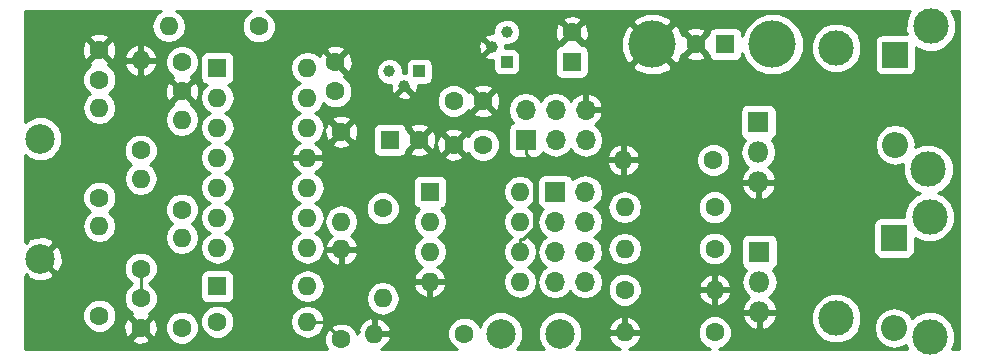
<source format=gbl>
G04 #@! TF.FileFunction,Copper,L2,Bot,Signal*
%FSLAX46Y46*%
G04 Gerber Fmt 4.6, Leading zero omitted, Abs format (unit mm)*
G04 Created by KiCad (PCBNEW 4.0.5) date 03/21/18 17:23:09*
%MOMM*%
%LPD*%
G01*
G04 APERTURE LIST*
%ADD10C,0.100000*%
%ADD11C,1.600000*%
%ADD12R,1.600000X1.600000*%
%ADD13O,1.600000X1.600000*%
%ADD14R,2.200000X2.200000*%
%ADD15O,2.200000X2.200000*%
%ADD16C,4.000500*%
%ADD17C,2.499360*%
%ADD18R,1.700000X1.700000*%
%ADD19O,1.700000X1.700000*%
%ADD20C,2.999740*%
%ADD21R,1.800000X1.800000*%
%ADD22O,1.800000X1.800000*%
%ADD23C,1.000000*%
%ADD24R,1.000000X1.000000*%
%ADD25C,3.000000*%
%ADD26C,0.250000*%
%ADD27C,0.254000*%
G04 APERTURE END LIST*
D10*
D11*
X98000000Y-129300000D03*
X100500000Y-129300000D03*
X75000000Y-126000000D03*
X75000000Y-128500000D03*
D12*
X92600000Y-132600000D03*
D11*
X95100000Y-132600000D03*
X71500000Y-146000000D03*
X71500000Y-148500000D03*
D12*
X121000000Y-124500000D03*
D11*
X118500000Y-124500000D03*
X68000000Y-127500000D03*
X68000000Y-125000000D03*
D12*
X108000000Y-126000000D03*
D11*
X108000000Y-123500000D03*
X100500000Y-133000000D03*
X98000000Y-133000000D03*
X88000000Y-128500000D03*
X88000000Y-126000000D03*
D12*
X78000000Y-145000000D03*
D13*
X85620000Y-145000000D03*
D14*
X135400000Y-125400000D03*
D15*
X135400000Y-133020000D03*
D14*
X135300000Y-140900000D03*
D15*
X135300000Y-148520000D03*
D16*
X125000000Y-124500000D03*
X114840000Y-124500000D03*
D17*
X63000000Y-132500000D03*
X63000000Y-142660000D03*
D18*
X104100000Y-132600000D03*
D19*
X104100000Y-130060000D03*
X106640000Y-132600000D03*
X106640000Y-130060000D03*
X109180000Y-132600000D03*
X109180000Y-130060000D03*
D18*
X106600000Y-137000000D03*
D19*
X109140000Y-137000000D03*
X106600000Y-139540000D03*
X109140000Y-139540000D03*
X106600000Y-142080000D03*
X109140000Y-142080000D03*
X106600000Y-144620000D03*
X109140000Y-144620000D03*
D17*
X102000000Y-149000000D03*
X107000000Y-149000000D03*
D20*
X138400000Y-123000000D03*
X138200000Y-135100000D03*
X138300000Y-139100000D03*
X138300000Y-149260000D03*
D21*
X123800000Y-131100000D03*
D22*
X123800000Y-133640000D03*
X123800000Y-136180000D03*
D21*
X123900000Y-142100000D03*
D22*
X123900000Y-144640000D03*
X123900000Y-147180000D03*
D11*
X71500000Y-143500000D03*
D13*
X71500000Y-135880000D03*
D11*
X71500000Y-133500000D03*
D13*
X71500000Y-125880000D03*
D11*
X81500000Y-123000000D03*
D13*
X73880000Y-123000000D03*
D11*
X75000000Y-138500000D03*
D13*
X75000000Y-130880000D03*
D11*
X68000000Y-137500000D03*
D13*
X68000000Y-129880000D03*
D11*
X68000000Y-147500000D03*
D13*
X68000000Y-139880000D03*
D11*
X88500000Y-131900000D03*
D13*
X88500000Y-139520000D03*
D11*
X75000000Y-148500000D03*
D13*
X75000000Y-140880000D03*
D11*
X88500000Y-149500000D03*
D13*
X88500000Y-141880000D03*
D11*
X78000000Y-148000000D03*
D13*
X85620000Y-148000000D03*
D11*
X92000000Y-138400000D03*
D13*
X92000000Y-146020000D03*
D11*
X98900000Y-149000000D03*
D13*
X91280000Y-149000000D03*
D11*
X112500000Y-145300000D03*
D13*
X120120000Y-145300000D03*
D11*
X120100000Y-138300000D03*
D13*
X112480000Y-138300000D03*
D11*
X120000000Y-134300000D03*
D13*
X112380000Y-134300000D03*
D11*
X120100000Y-141800000D03*
D13*
X112480000Y-141800000D03*
D11*
X120100000Y-148900000D03*
D13*
X112480000Y-148900000D03*
D23*
X93830000Y-128070000D03*
X92560000Y-126800000D03*
D24*
X95100000Y-126800000D03*
D12*
X78000000Y-126500000D03*
D13*
X85620000Y-141740000D03*
X78000000Y-129040000D03*
X85620000Y-139200000D03*
X78000000Y-131580000D03*
X85620000Y-136660000D03*
X78000000Y-134120000D03*
X85620000Y-134120000D03*
X78000000Y-136660000D03*
X85620000Y-131580000D03*
X78000000Y-139200000D03*
X85620000Y-129040000D03*
X78000000Y-141740000D03*
X85620000Y-126500000D03*
D23*
X101230000Y-124730000D03*
X102500000Y-123460000D03*
D24*
X102500000Y-126000000D03*
D12*
X96000000Y-137000000D03*
D13*
X103620000Y-144620000D03*
X96000000Y-139540000D03*
X103620000Y-142080000D03*
X96000000Y-142080000D03*
X103620000Y-139540000D03*
X96000000Y-144620000D03*
X103620000Y-137000000D03*
D25*
X130400000Y-147700000D03*
X130400000Y-124800000D03*
D26*
X71500000Y-143500000D02*
X71500000Y-146000000D01*
X104791600Y-134466900D02*
X104100000Y-133775300D01*
X104791600Y-140064400D02*
X104791600Y-134466900D01*
X103901300Y-140954700D02*
X104791600Y-140064400D01*
X103620000Y-140954700D02*
X103901300Y-140954700D01*
X103620000Y-142080000D02*
X103620000Y-140954700D01*
X104100000Y-132600000D02*
X104100000Y-133775300D01*
X87000000Y-148000000D02*
X88500000Y-149500000D01*
X85620000Y-148000000D02*
X87000000Y-148000000D01*
D27*
G36*
X72837189Y-121985302D02*
X72526120Y-122450849D01*
X72416887Y-123000000D01*
X72526120Y-123549151D01*
X72837189Y-124014698D01*
X73302736Y-124325767D01*
X73851887Y-124435000D01*
X73908113Y-124435000D01*
X74457264Y-124325767D01*
X74922811Y-124014698D01*
X75233880Y-123549151D01*
X75343113Y-123000000D01*
X75233880Y-122450849D01*
X74922811Y-121985302D01*
X74510793Y-121710000D01*
X80864286Y-121710000D01*
X80688200Y-121782757D01*
X80284176Y-122186077D01*
X80065250Y-122713309D01*
X80064752Y-123284187D01*
X80282757Y-123811800D01*
X80686077Y-124215824D01*
X81213309Y-124434750D01*
X81784187Y-124435248D01*
X82311800Y-124217243D01*
X82589631Y-123939896D01*
X100619501Y-123939896D01*
X101230000Y-124550395D01*
X101244143Y-124536253D01*
X101423748Y-124715858D01*
X101409605Y-124730000D01*
X101423748Y-124744143D01*
X101244143Y-124923748D01*
X101230000Y-124909605D01*
X100619501Y-125520104D01*
X100656648Y-125735217D01*
X101084972Y-125878112D01*
X101352560Y-125859163D01*
X101352560Y-126500000D01*
X101396838Y-126735317D01*
X101535910Y-126951441D01*
X101748110Y-127096431D01*
X102000000Y-127147440D01*
X103000000Y-127147440D01*
X103235317Y-127103162D01*
X103451441Y-126964090D01*
X103596431Y-126751890D01*
X103647440Y-126500000D01*
X103647440Y-125500000D01*
X103603162Y-125264683D01*
X103561540Y-125200000D01*
X106552560Y-125200000D01*
X106552560Y-126800000D01*
X106596838Y-127035317D01*
X106735910Y-127251441D01*
X106948110Y-127396431D01*
X107200000Y-127447440D01*
X108800000Y-127447440D01*
X109035317Y-127403162D01*
X109251441Y-127264090D01*
X109396431Y-127051890D01*
X109447440Y-126800000D01*
X109447440Y-126375202D01*
X113144403Y-126375202D01*
X113365203Y-126745949D01*
X114336953Y-127139367D01*
X115385287Y-127130965D01*
X116314797Y-126745949D01*
X116535597Y-126375202D01*
X114840000Y-124679605D01*
X113144403Y-126375202D01*
X109447440Y-126375202D01*
X109447440Y-125200000D01*
X109403162Y-124964683D01*
X109264090Y-124748559D01*
X109051890Y-124603569D01*
X108813799Y-124555354D01*
X108828139Y-124507745D01*
X108000000Y-123679605D01*
X107171861Y-124507745D01*
X107186145Y-124555167D01*
X106964683Y-124596838D01*
X106748559Y-124735910D01*
X106603569Y-124948110D01*
X106552560Y-125200000D01*
X103561540Y-125200000D01*
X103464090Y-125048559D01*
X103251890Y-124903569D01*
X103000000Y-124852560D01*
X102376521Y-124852560D01*
X102358273Y-124594877D01*
X102724775Y-124595197D01*
X103142086Y-124422767D01*
X103461645Y-124103765D01*
X103634803Y-123686756D01*
X103635155Y-123283223D01*
X106553035Y-123283223D01*
X106580222Y-123853454D01*
X106746136Y-124254005D01*
X106992255Y-124328139D01*
X107820395Y-123500000D01*
X108179605Y-123500000D01*
X109007745Y-124328139D01*
X109253864Y-124254005D01*
X109346258Y-123996953D01*
X112200633Y-123996953D01*
X112209035Y-125045287D01*
X112594051Y-125974797D01*
X112964798Y-126195597D01*
X114660395Y-124500000D01*
X115019605Y-124500000D01*
X116715202Y-126195597D01*
X117085949Y-125974797D01*
X117275037Y-125507745D01*
X117671861Y-125507745D01*
X117745995Y-125753864D01*
X118283223Y-125946965D01*
X118853454Y-125919778D01*
X119254005Y-125753864D01*
X119328139Y-125507745D01*
X118500000Y-124679605D01*
X117671861Y-125507745D01*
X117275037Y-125507745D01*
X117363458Y-125289344D01*
X117492255Y-125328139D01*
X118320395Y-124500000D01*
X118679605Y-124500000D01*
X119507745Y-125328139D01*
X119555167Y-125313855D01*
X119596838Y-125535317D01*
X119735910Y-125751441D01*
X119948110Y-125896431D01*
X120200000Y-125947440D01*
X121800000Y-125947440D01*
X122035317Y-125903162D01*
X122251441Y-125764090D01*
X122396431Y-125551890D01*
X122447440Y-125300000D01*
X122447440Y-125223115D01*
X122764641Y-125990799D01*
X123505302Y-126732754D01*
X124473517Y-127134792D01*
X125521884Y-127135707D01*
X126490799Y-126735359D01*
X127232754Y-125994698D01*
X127553267Y-125222815D01*
X128264630Y-125222815D01*
X128588980Y-126007800D01*
X129189041Y-126608909D01*
X129973459Y-126934628D01*
X130822815Y-126935370D01*
X131607800Y-126611020D01*
X132208909Y-126010959D01*
X132534628Y-125226541D01*
X132535370Y-124377185D01*
X132211020Y-123592200D01*
X131610959Y-122991091D01*
X130826541Y-122665372D01*
X129977185Y-122664630D01*
X129192200Y-122988980D01*
X128591091Y-123589041D01*
X128265372Y-124373459D01*
X128264630Y-125222815D01*
X127553267Y-125222815D01*
X127634792Y-125026483D01*
X127635707Y-123978116D01*
X127235359Y-123009201D01*
X126494698Y-122267246D01*
X125526483Y-121865208D01*
X124478116Y-121864293D01*
X123509201Y-122264641D01*
X122767246Y-123005302D01*
X122447440Y-123775480D01*
X122447440Y-123700000D01*
X122403162Y-123464683D01*
X122264090Y-123248559D01*
X122051890Y-123103569D01*
X121800000Y-123052560D01*
X120200000Y-123052560D01*
X119964683Y-123096838D01*
X119748559Y-123235910D01*
X119603569Y-123448110D01*
X119555354Y-123686201D01*
X119507745Y-123671861D01*
X118679605Y-124500000D01*
X118320395Y-124500000D01*
X117492255Y-123671861D01*
X117369162Y-123708938D01*
X117279409Y-123492255D01*
X117671861Y-123492255D01*
X118500000Y-124320395D01*
X119328139Y-123492255D01*
X119254005Y-123246136D01*
X118716777Y-123053035D01*
X118146546Y-123080222D01*
X117745995Y-123246136D01*
X117671861Y-123492255D01*
X117279409Y-123492255D01*
X117085949Y-123025203D01*
X116715202Y-122804403D01*
X115019605Y-124500000D01*
X114660395Y-124500000D01*
X112964798Y-122804403D01*
X112594051Y-123025203D01*
X112200633Y-123996953D01*
X109346258Y-123996953D01*
X109446965Y-123716777D01*
X109419778Y-123146546D01*
X109253864Y-122745995D01*
X109007745Y-122671861D01*
X108179605Y-123500000D01*
X107820395Y-123500000D01*
X106992255Y-122671861D01*
X106746136Y-122745995D01*
X106553035Y-123283223D01*
X103635155Y-123283223D01*
X103635197Y-123235225D01*
X103462767Y-122817914D01*
X103143765Y-122498355D01*
X103129075Y-122492255D01*
X107171861Y-122492255D01*
X108000000Y-123320395D01*
X108695596Y-122624798D01*
X113144403Y-122624798D01*
X114840000Y-124320395D01*
X116535597Y-122624798D01*
X116314797Y-122254051D01*
X115343047Y-121860633D01*
X114294713Y-121869035D01*
X113365203Y-122254051D01*
X113144403Y-122624798D01*
X108695596Y-122624798D01*
X108828139Y-122492255D01*
X108754005Y-122246136D01*
X108216777Y-122053035D01*
X107646546Y-122080222D01*
X107245995Y-122246136D01*
X107171861Y-122492255D01*
X103129075Y-122492255D01*
X102726756Y-122325197D01*
X102275225Y-122324803D01*
X101857914Y-122497233D01*
X101538355Y-122816235D01*
X101365197Y-123233244D01*
X101364892Y-123582606D01*
X100924625Y-123613783D01*
X100656648Y-123724783D01*
X100619501Y-123939896D01*
X82589631Y-123939896D01*
X82715824Y-123813923D01*
X82934750Y-123286691D01*
X82935248Y-122715813D01*
X82717243Y-122188200D01*
X82313923Y-121784176D01*
X82135287Y-121710000D01*
X136670452Y-121710000D01*
X136591200Y-121789114D01*
X136265501Y-122573485D01*
X136264760Y-123422789D01*
X136359700Y-123652560D01*
X134300000Y-123652560D01*
X134064683Y-123696838D01*
X133848559Y-123835910D01*
X133703569Y-124048110D01*
X133652560Y-124300000D01*
X133652560Y-126500000D01*
X133696838Y-126735317D01*
X133835910Y-126951441D01*
X134048110Y-127096431D01*
X134300000Y-127147440D01*
X136500000Y-127147440D01*
X136735317Y-127103162D01*
X136951441Y-126964090D01*
X137096431Y-126751890D01*
X137147440Y-126500000D01*
X137147440Y-124767053D01*
X137189114Y-124808800D01*
X137973485Y-125134499D01*
X138822789Y-125135240D01*
X139607727Y-124810910D01*
X140208800Y-124210886D01*
X140534499Y-123426515D01*
X140535240Y-122577211D01*
X140210910Y-121792273D01*
X140128781Y-121710000D01*
X140773000Y-121710000D01*
X140773000Y-150290000D01*
X140183910Y-150290000D01*
X140434499Y-149686515D01*
X140435240Y-148837211D01*
X140110910Y-148052273D01*
X139510886Y-147451200D01*
X138726515Y-147125501D01*
X137877211Y-147124760D01*
X137092273Y-147449090D01*
X136829199Y-147711705D01*
X136526830Y-147259179D01*
X135963956Y-146883078D01*
X135300000Y-146751009D01*
X134636044Y-146883078D01*
X134073170Y-147259179D01*
X133697069Y-147822053D01*
X133565000Y-148486009D01*
X133565000Y-148553991D01*
X133697069Y-149217947D01*
X134073170Y-149780821D01*
X134636044Y-150156922D01*
X135300000Y-150288991D01*
X135963956Y-150156922D01*
X136274838Y-149949197D01*
X136415655Y-150290000D01*
X120493696Y-150290000D01*
X120911800Y-150117243D01*
X121315824Y-149713923D01*
X121534750Y-149186691D01*
X121535248Y-148615813D01*
X121317243Y-148088200D01*
X120913923Y-147684176D01*
X120578129Y-147544742D01*
X122408954Y-147544742D01*
X122662034Y-148087576D01*
X123103583Y-148492240D01*
X123535260Y-148671036D01*
X123773000Y-148550378D01*
X123773000Y-147307000D01*
X124027000Y-147307000D01*
X124027000Y-148550378D01*
X124264740Y-148671036D01*
X124696417Y-148492240D01*
X125099514Y-148122815D01*
X128264630Y-148122815D01*
X128588980Y-148907800D01*
X129189041Y-149508909D01*
X129973459Y-149834628D01*
X130822815Y-149835370D01*
X131607800Y-149511020D01*
X132208909Y-148910959D01*
X132534628Y-148126541D01*
X132535370Y-147277185D01*
X132211020Y-146492200D01*
X131610959Y-145891091D01*
X130826541Y-145565372D01*
X129977185Y-145564630D01*
X129192200Y-145888980D01*
X128591091Y-146489041D01*
X128265372Y-147273459D01*
X128264630Y-148122815D01*
X125099514Y-148122815D01*
X125137966Y-148087576D01*
X125391046Y-147544742D01*
X125270997Y-147307000D01*
X124027000Y-147307000D01*
X123773000Y-147307000D01*
X122529003Y-147307000D01*
X122408954Y-147544742D01*
X120578129Y-147544742D01*
X120386691Y-147465250D01*
X119815813Y-147464752D01*
X119288200Y-147682757D01*
X118884176Y-148086077D01*
X118665250Y-148613309D01*
X118664752Y-149184187D01*
X118882757Y-149711800D01*
X119286077Y-150115824D01*
X119705539Y-150290000D01*
X112833085Y-150290000D01*
X113335134Y-150052389D01*
X113711041Y-149637423D01*
X113871904Y-149249039D01*
X113749915Y-149027000D01*
X112607000Y-149027000D01*
X112607000Y-149047000D01*
X112353000Y-149047000D01*
X112353000Y-149027000D01*
X111210085Y-149027000D01*
X111088096Y-149249039D01*
X111248959Y-149637423D01*
X111624866Y-150052389D01*
X112126915Y-150290000D01*
X108375415Y-150290000D01*
X108596822Y-150068979D01*
X108884352Y-149376531D01*
X108885006Y-148626759D01*
X108853688Y-148550961D01*
X111088096Y-148550961D01*
X111210085Y-148773000D01*
X112353000Y-148773000D01*
X112353000Y-147629371D01*
X112607000Y-147629371D01*
X112607000Y-148773000D01*
X113749915Y-148773000D01*
X113871904Y-148550961D01*
X113711041Y-148162577D01*
X113335134Y-147747611D01*
X112829041Y-147508086D01*
X112607000Y-147629371D01*
X112353000Y-147629371D01*
X112130959Y-147508086D01*
X111624866Y-147747611D01*
X111248959Y-148162577D01*
X111088096Y-148550961D01*
X108853688Y-148550961D01*
X108598686Y-147933809D01*
X108068979Y-147403178D01*
X107376531Y-147115648D01*
X106626759Y-147114994D01*
X105933809Y-147401314D01*
X105403178Y-147931021D01*
X105115648Y-148623469D01*
X105114994Y-149373241D01*
X105401314Y-150066191D01*
X105624733Y-150290000D01*
X103375415Y-150290000D01*
X103596822Y-150068979D01*
X103884352Y-149376531D01*
X103885006Y-148626759D01*
X103598686Y-147933809D01*
X103068979Y-147403178D01*
X102376531Y-147115648D01*
X101626759Y-147114994D01*
X100933809Y-147401314D01*
X100403178Y-147931021D01*
X100206594Y-148404447D01*
X100117243Y-148188200D01*
X99713923Y-147784176D01*
X99186691Y-147565250D01*
X98615813Y-147564752D01*
X98088200Y-147782757D01*
X97684176Y-148186077D01*
X97465250Y-148713309D01*
X97464752Y-149284187D01*
X97682757Y-149811800D01*
X98086077Y-150215824D01*
X98264713Y-150290000D01*
X91844375Y-150290000D01*
X92135134Y-150152389D01*
X92511041Y-149737423D01*
X92671904Y-149349039D01*
X92549915Y-149127000D01*
X91407000Y-149127000D01*
X91407000Y-149147000D01*
X91153000Y-149147000D01*
X91153000Y-149127000D01*
X91133000Y-149127000D01*
X91133000Y-148873000D01*
X91153000Y-148873000D01*
X91153000Y-147729371D01*
X91407000Y-147729371D01*
X91407000Y-148873000D01*
X92549915Y-148873000D01*
X92671904Y-148650961D01*
X92511041Y-148262577D01*
X92135134Y-147847611D01*
X91629041Y-147608086D01*
X91407000Y-147729371D01*
X91153000Y-147729371D01*
X90930959Y-147608086D01*
X90424866Y-147847611D01*
X90048959Y-148262577D01*
X89888096Y-148650961D01*
X90010084Y-148872998D01*
X89845000Y-148872998D01*
X89845000Y-148997396D01*
X89717243Y-148688200D01*
X89313923Y-148284176D01*
X88786691Y-148065250D01*
X88215813Y-148064752D01*
X87688200Y-148282757D01*
X87284176Y-148686077D01*
X87065250Y-149213309D01*
X87064752Y-149784187D01*
X87273749Y-150290000D01*
X61710000Y-150290000D01*
X61710000Y-149507745D01*
X70671861Y-149507745D01*
X70745995Y-149753864D01*
X71283223Y-149946965D01*
X71853454Y-149919778D01*
X72254005Y-149753864D01*
X72328139Y-149507745D01*
X71500000Y-148679605D01*
X70671861Y-149507745D01*
X61710000Y-149507745D01*
X61710000Y-147784187D01*
X66564752Y-147784187D01*
X66782757Y-148311800D01*
X67186077Y-148715824D01*
X67713309Y-148934750D01*
X68284187Y-148935248D01*
X68811800Y-148717243D01*
X69215824Y-148313923D01*
X69228571Y-148283223D01*
X70053035Y-148283223D01*
X70080222Y-148853454D01*
X70246136Y-149254005D01*
X70492255Y-149328139D01*
X71320395Y-148500000D01*
X71679605Y-148500000D01*
X72507745Y-149328139D01*
X72753864Y-149254005D01*
X72922735Y-148784187D01*
X73564752Y-148784187D01*
X73782757Y-149311800D01*
X74186077Y-149715824D01*
X74713309Y-149934750D01*
X75284187Y-149935248D01*
X75811800Y-149717243D01*
X76215824Y-149313923D01*
X76434750Y-148786691D01*
X76435188Y-148284187D01*
X76564752Y-148284187D01*
X76782757Y-148811800D01*
X77186077Y-149215824D01*
X77713309Y-149434750D01*
X78284187Y-149435248D01*
X78811800Y-149217243D01*
X79215824Y-148813923D01*
X79434750Y-148286691D01*
X79435000Y-148000000D01*
X84156887Y-148000000D01*
X84266120Y-148549151D01*
X84577189Y-149014698D01*
X85042736Y-149325767D01*
X85591887Y-149435000D01*
X85648113Y-149435000D01*
X86197264Y-149325767D01*
X86662811Y-149014698D01*
X86973880Y-148549151D01*
X87083113Y-148000000D01*
X86973880Y-147450849D01*
X86662811Y-146985302D01*
X86197264Y-146674233D01*
X85648113Y-146565000D01*
X85591887Y-146565000D01*
X85042736Y-146674233D01*
X84577189Y-146985302D01*
X84266120Y-147450849D01*
X84156887Y-148000000D01*
X79435000Y-148000000D01*
X79435248Y-147715813D01*
X79217243Y-147188200D01*
X78813923Y-146784176D01*
X78286691Y-146565250D01*
X77715813Y-146564752D01*
X77188200Y-146782757D01*
X76784176Y-147186077D01*
X76565250Y-147713309D01*
X76564752Y-148284187D01*
X76435188Y-148284187D01*
X76435248Y-148215813D01*
X76217243Y-147688200D01*
X75813923Y-147284176D01*
X75286691Y-147065250D01*
X74715813Y-147064752D01*
X74188200Y-147282757D01*
X73784176Y-147686077D01*
X73565250Y-148213309D01*
X73564752Y-148784187D01*
X72922735Y-148784187D01*
X72946965Y-148716777D01*
X72919778Y-148146546D01*
X72753864Y-147745995D01*
X72507745Y-147671861D01*
X71679605Y-148500000D01*
X71320395Y-148500000D01*
X70492255Y-147671861D01*
X70246136Y-147745995D01*
X70053035Y-148283223D01*
X69228571Y-148283223D01*
X69434750Y-147786691D01*
X69435248Y-147215813D01*
X69217243Y-146688200D01*
X68813923Y-146284176D01*
X68286691Y-146065250D01*
X67715813Y-146064752D01*
X67188200Y-146282757D01*
X66784176Y-146686077D01*
X66565250Y-147213309D01*
X66564752Y-147784187D01*
X61710000Y-147784187D01*
X61710000Y-144084038D01*
X61732785Y-144106823D01*
X61846518Y-143993090D01*
X61975725Y-144285859D01*
X62675883Y-144554071D01*
X63425384Y-144533928D01*
X64024275Y-144285859D01*
X64153483Y-143993089D01*
X63000000Y-142839605D01*
X62985858Y-142853748D01*
X62806252Y-142674142D01*
X62820395Y-142660000D01*
X63179605Y-142660000D01*
X64333089Y-143813483D01*
X64399470Y-143784187D01*
X70064752Y-143784187D01*
X70282757Y-144311800D01*
X70686077Y-144715824D01*
X70767931Y-144749813D01*
X70688200Y-144782757D01*
X70284176Y-145186077D01*
X70065250Y-145713309D01*
X70064752Y-146284187D01*
X70282757Y-146811800D01*
X70686077Y-147215824D01*
X70752544Y-147243423D01*
X70745995Y-147246136D01*
X70671861Y-147492255D01*
X71500000Y-148320395D01*
X72328139Y-147492255D01*
X72254005Y-147246136D01*
X72247517Y-147243804D01*
X72311800Y-147217243D01*
X72715824Y-146813923D01*
X72934750Y-146286691D01*
X72935248Y-145715813D01*
X72717243Y-145188200D01*
X72313923Y-144784176D01*
X72232069Y-144750187D01*
X72311800Y-144717243D01*
X72715824Y-144313923D01*
X72763128Y-144200000D01*
X76552560Y-144200000D01*
X76552560Y-145800000D01*
X76596838Y-146035317D01*
X76735910Y-146251441D01*
X76948110Y-146396431D01*
X77200000Y-146447440D01*
X78800000Y-146447440D01*
X79035317Y-146403162D01*
X79251441Y-146264090D01*
X79396431Y-146051890D01*
X79447440Y-145800000D01*
X79447440Y-145000000D01*
X84156887Y-145000000D01*
X84266120Y-145549151D01*
X84577189Y-146014698D01*
X85042736Y-146325767D01*
X85591887Y-146435000D01*
X85648113Y-146435000D01*
X86197264Y-146325767D01*
X86662811Y-146014698D01*
X86678052Y-145991887D01*
X90565000Y-145991887D01*
X90565000Y-146048113D01*
X90674233Y-146597264D01*
X90985302Y-147062811D01*
X91450849Y-147373880D01*
X92000000Y-147483113D01*
X92549151Y-147373880D01*
X93014698Y-147062811D01*
X93325767Y-146597264D01*
X93435000Y-146048113D01*
X93435000Y-145991887D01*
X93325767Y-145442736D01*
X93014698Y-144977189D01*
X93002501Y-144969039D01*
X94608096Y-144969039D01*
X94768959Y-145357423D01*
X95144866Y-145772389D01*
X95650959Y-146011914D01*
X95873000Y-145890629D01*
X95873000Y-144747000D01*
X96127000Y-144747000D01*
X96127000Y-145890629D01*
X96349041Y-146011914D01*
X96855134Y-145772389D01*
X97231041Y-145357423D01*
X97391904Y-144969039D01*
X97269915Y-144747000D01*
X96127000Y-144747000D01*
X95873000Y-144747000D01*
X94730085Y-144747000D01*
X94608096Y-144969039D01*
X93002501Y-144969039D01*
X92549151Y-144666120D01*
X92000000Y-144556887D01*
X91450849Y-144666120D01*
X90985302Y-144977189D01*
X90674233Y-145442736D01*
X90565000Y-145991887D01*
X86678052Y-145991887D01*
X86973880Y-145549151D01*
X87083113Y-145000000D01*
X86973880Y-144450849D01*
X86662811Y-143985302D01*
X86197264Y-143674233D01*
X85648113Y-143565000D01*
X85591887Y-143565000D01*
X85042736Y-143674233D01*
X84577189Y-143985302D01*
X84266120Y-144450849D01*
X84156887Y-145000000D01*
X79447440Y-145000000D01*
X79447440Y-144200000D01*
X79403162Y-143964683D01*
X79264090Y-143748559D01*
X79051890Y-143603569D01*
X78800000Y-143552560D01*
X77200000Y-143552560D01*
X76964683Y-143596838D01*
X76748559Y-143735910D01*
X76603569Y-143948110D01*
X76552560Y-144200000D01*
X72763128Y-144200000D01*
X72934750Y-143786691D01*
X72935248Y-143215813D01*
X72717243Y-142688200D01*
X72313923Y-142284176D01*
X71786691Y-142065250D01*
X71215813Y-142064752D01*
X70688200Y-142282757D01*
X70284176Y-142686077D01*
X70065250Y-143213309D01*
X70064752Y-143784187D01*
X64399470Y-143784187D01*
X64625859Y-143684275D01*
X64894071Y-142984117D01*
X64873928Y-142234616D01*
X64625859Y-141635725D01*
X64333089Y-141506517D01*
X63179605Y-142660000D01*
X62820395Y-142660000D01*
X62806252Y-142645858D01*
X62985858Y-142466252D01*
X63000000Y-142480395D01*
X64153483Y-141326911D01*
X64024275Y-141034141D01*
X63324117Y-140765929D01*
X62574616Y-140786072D01*
X61975725Y-141034141D01*
X61846518Y-141326910D01*
X61732785Y-141213177D01*
X61710000Y-141235962D01*
X61710000Y-137784187D01*
X66564752Y-137784187D01*
X66782757Y-138311800D01*
X67178419Y-138708152D01*
X66985302Y-138837189D01*
X66674233Y-139302736D01*
X66565000Y-139851887D01*
X66565000Y-139908113D01*
X66674233Y-140457264D01*
X66985302Y-140922811D01*
X67450849Y-141233880D01*
X68000000Y-141343113D01*
X68549151Y-141233880D01*
X69014698Y-140922811D01*
X69325767Y-140457264D01*
X69435000Y-139908113D01*
X69435000Y-139851887D01*
X69325767Y-139302736D01*
X69014698Y-138837189D01*
X68935376Y-138784187D01*
X73564752Y-138784187D01*
X73782757Y-139311800D01*
X74178419Y-139708152D01*
X73985302Y-139837189D01*
X73674233Y-140302736D01*
X73565000Y-140851887D01*
X73565000Y-140908113D01*
X73674233Y-141457264D01*
X73985302Y-141922811D01*
X74450849Y-142233880D01*
X75000000Y-142343113D01*
X75549151Y-142233880D01*
X76014698Y-141922811D01*
X76325767Y-141457264D01*
X76435000Y-140908113D01*
X76435000Y-140851887D01*
X76325767Y-140302736D01*
X76014698Y-139837189D01*
X75821177Y-139707882D01*
X76215824Y-139313923D01*
X76434750Y-138786691D01*
X76435248Y-138215813D01*
X76217243Y-137688200D01*
X75813923Y-137284176D01*
X75286691Y-137065250D01*
X74715813Y-137064752D01*
X74188200Y-137282757D01*
X73784176Y-137686077D01*
X73565250Y-138213309D01*
X73564752Y-138784187D01*
X68935376Y-138784187D01*
X68821177Y-138707882D01*
X69215824Y-138313923D01*
X69434750Y-137786691D01*
X69435248Y-137215813D01*
X69217243Y-136688200D01*
X68813923Y-136284176D01*
X68286691Y-136065250D01*
X67715813Y-136064752D01*
X67188200Y-136282757D01*
X66784176Y-136686077D01*
X66565250Y-137213309D01*
X66564752Y-137784187D01*
X61710000Y-137784187D01*
X61710000Y-133875415D01*
X61931021Y-134096822D01*
X62623469Y-134384352D01*
X63373241Y-134385006D01*
X64066191Y-134098686D01*
X64381238Y-133784187D01*
X70064752Y-133784187D01*
X70282757Y-134311800D01*
X70678419Y-134708152D01*
X70485302Y-134837189D01*
X70174233Y-135302736D01*
X70065000Y-135851887D01*
X70065000Y-135908113D01*
X70174233Y-136457264D01*
X70485302Y-136922811D01*
X70950849Y-137233880D01*
X71500000Y-137343113D01*
X72049151Y-137233880D01*
X72514698Y-136922811D01*
X72825767Y-136457264D01*
X72935000Y-135908113D01*
X72935000Y-135851887D01*
X72825767Y-135302736D01*
X72514698Y-134837189D01*
X72321177Y-134707882D01*
X72715824Y-134313923D01*
X72934750Y-133786691D01*
X72935248Y-133215813D01*
X72717243Y-132688200D01*
X72313923Y-132284176D01*
X71786691Y-132065250D01*
X71215813Y-132064752D01*
X70688200Y-132282757D01*
X70284176Y-132686077D01*
X70065250Y-133213309D01*
X70064752Y-133784187D01*
X64381238Y-133784187D01*
X64596822Y-133568979D01*
X64884352Y-132876531D01*
X64885006Y-132126759D01*
X64598686Y-131433809D01*
X64068979Y-130903178D01*
X63376531Y-130615648D01*
X62626759Y-130614994D01*
X61933809Y-130901314D01*
X61710000Y-131124733D01*
X61710000Y-127784187D01*
X66564752Y-127784187D01*
X66782757Y-128311800D01*
X67178419Y-128708152D01*
X66985302Y-128837189D01*
X66674233Y-129302736D01*
X66565000Y-129851887D01*
X66565000Y-129908113D01*
X66674233Y-130457264D01*
X66985302Y-130922811D01*
X67450849Y-131233880D01*
X68000000Y-131343113D01*
X68549151Y-131233880D01*
X69014698Y-130922811D01*
X69062087Y-130851887D01*
X73565000Y-130851887D01*
X73565000Y-130908113D01*
X73674233Y-131457264D01*
X73985302Y-131922811D01*
X74450849Y-132233880D01*
X75000000Y-132343113D01*
X75549151Y-132233880D01*
X76014698Y-131922811D01*
X76325767Y-131457264D01*
X76435000Y-130908113D01*
X76435000Y-130851887D01*
X76325767Y-130302736D01*
X76014698Y-129837189D01*
X75776789Y-129678223D01*
X75828139Y-129507745D01*
X75000000Y-128679605D01*
X74171861Y-129507745D01*
X74223211Y-129678223D01*
X73985302Y-129837189D01*
X73674233Y-130302736D01*
X73565000Y-130851887D01*
X69062087Y-130851887D01*
X69325767Y-130457264D01*
X69435000Y-129908113D01*
X69435000Y-129851887D01*
X69325767Y-129302736D01*
X69014698Y-128837189D01*
X68821177Y-128707882D01*
X69215824Y-128313923D01*
X69228571Y-128283223D01*
X73553035Y-128283223D01*
X73580222Y-128853454D01*
X73746136Y-129254005D01*
X73992255Y-129328139D01*
X74820395Y-128500000D01*
X75179605Y-128500000D01*
X76007745Y-129328139D01*
X76253864Y-129254005D01*
X76330785Y-129040000D01*
X76536887Y-129040000D01*
X76646120Y-129589151D01*
X76957189Y-130054698D01*
X77339275Y-130310000D01*
X76957189Y-130565302D01*
X76646120Y-131030849D01*
X76536887Y-131580000D01*
X76646120Y-132129151D01*
X76957189Y-132594698D01*
X77339275Y-132850000D01*
X76957189Y-133105302D01*
X76646120Y-133570849D01*
X76536887Y-134120000D01*
X76646120Y-134669151D01*
X76957189Y-135134698D01*
X77339275Y-135390000D01*
X76957189Y-135645302D01*
X76646120Y-136110849D01*
X76536887Y-136660000D01*
X76646120Y-137209151D01*
X76957189Y-137674698D01*
X77339275Y-137930000D01*
X76957189Y-138185302D01*
X76646120Y-138650849D01*
X76536887Y-139200000D01*
X76646120Y-139749151D01*
X76957189Y-140214698D01*
X77339275Y-140470000D01*
X76957189Y-140725302D01*
X76646120Y-141190849D01*
X76536887Y-141740000D01*
X76646120Y-142289151D01*
X76957189Y-142754698D01*
X77422736Y-143065767D01*
X77971887Y-143175000D01*
X78028113Y-143175000D01*
X78577264Y-143065767D01*
X79042811Y-142754698D01*
X79353880Y-142289151D01*
X79463113Y-141740000D01*
X79353880Y-141190849D01*
X79042811Y-140725302D01*
X78660725Y-140470000D01*
X79042811Y-140214698D01*
X79353880Y-139749151D01*
X79463113Y-139200000D01*
X79353880Y-138650849D01*
X79042811Y-138185302D01*
X78660725Y-137930000D01*
X79042811Y-137674698D01*
X79353880Y-137209151D01*
X79463113Y-136660000D01*
X84156887Y-136660000D01*
X84266120Y-137209151D01*
X84577189Y-137674698D01*
X84959275Y-137930000D01*
X84577189Y-138185302D01*
X84266120Y-138650849D01*
X84156887Y-139200000D01*
X84266120Y-139749151D01*
X84577189Y-140214698D01*
X84959275Y-140470000D01*
X84577189Y-140725302D01*
X84266120Y-141190849D01*
X84156887Y-141740000D01*
X84266120Y-142289151D01*
X84577189Y-142754698D01*
X85042736Y-143065767D01*
X85591887Y-143175000D01*
X85648113Y-143175000D01*
X86197264Y-143065767D01*
X86662811Y-142754698D01*
X86973880Y-142289151D01*
X86985836Y-142229041D01*
X87108086Y-142229041D01*
X87347611Y-142735134D01*
X87762577Y-143111041D01*
X88150961Y-143271904D01*
X88373000Y-143149915D01*
X88373000Y-142007000D01*
X88627000Y-142007000D01*
X88627000Y-143149915D01*
X88849039Y-143271904D01*
X89237423Y-143111041D01*
X89652389Y-142735134D01*
X89891914Y-142229041D01*
X89770629Y-142007000D01*
X88627000Y-142007000D01*
X88373000Y-142007000D01*
X87229371Y-142007000D01*
X87108086Y-142229041D01*
X86985836Y-142229041D01*
X87083113Y-141740000D01*
X86973880Y-141190849D01*
X86662811Y-140725302D01*
X86280725Y-140470000D01*
X86662811Y-140214698D01*
X86973880Y-139749151D01*
X87025053Y-139491887D01*
X87065000Y-139491887D01*
X87065000Y-139548113D01*
X87174233Y-140097264D01*
X87485302Y-140562811D01*
X87699605Y-140706004D01*
X87347611Y-141024866D01*
X87108086Y-141530959D01*
X87229371Y-141753000D01*
X88373000Y-141753000D01*
X88373000Y-141733000D01*
X88627000Y-141733000D01*
X88627000Y-141753000D01*
X89770629Y-141753000D01*
X89891914Y-141530959D01*
X89652389Y-141024866D01*
X89300395Y-140706004D01*
X89514698Y-140562811D01*
X89825767Y-140097264D01*
X89935000Y-139548113D01*
X89935000Y-139491887D01*
X89825767Y-138942736D01*
X89653010Y-138684187D01*
X90564752Y-138684187D01*
X90782757Y-139211800D01*
X91186077Y-139615824D01*
X91713309Y-139834750D01*
X92284187Y-139835248D01*
X92811800Y-139617243D01*
X92889177Y-139540000D01*
X94536887Y-139540000D01*
X94646120Y-140089151D01*
X94957189Y-140554698D01*
X95339275Y-140810000D01*
X94957189Y-141065302D01*
X94646120Y-141530849D01*
X94536887Y-142080000D01*
X94646120Y-142629151D01*
X94957189Y-143094698D01*
X95361703Y-143364986D01*
X95144866Y-143467611D01*
X94768959Y-143882577D01*
X94608096Y-144270961D01*
X94730085Y-144493000D01*
X95873000Y-144493000D01*
X95873000Y-144473000D01*
X96127000Y-144473000D01*
X96127000Y-144493000D01*
X97269915Y-144493000D01*
X97391904Y-144270961D01*
X97231041Y-143882577D01*
X96855134Y-143467611D01*
X96638297Y-143364986D01*
X97042811Y-143094698D01*
X97353880Y-142629151D01*
X97463113Y-142080000D01*
X97353880Y-141530849D01*
X97042811Y-141065302D01*
X96660725Y-140810000D01*
X97042811Y-140554698D01*
X97353880Y-140089151D01*
X97463113Y-139540000D01*
X97353880Y-138990849D01*
X97042811Y-138525302D01*
X96898535Y-138428899D01*
X97035317Y-138403162D01*
X97251441Y-138264090D01*
X97396431Y-138051890D01*
X97447440Y-137800000D01*
X97447440Y-137000000D01*
X102156887Y-137000000D01*
X102266120Y-137549151D01*
X102577189Y-138014698D01*
X102959275Y-138270000D01*
X102577189Y-138525302D01*
X102266120Y-138990849D01*
X102156887Y-139540000D01*
X102266120Y-140089151D01*
X102577189Y-140554698D01*
X102959275Y-140810000D01*
X102577189Y-141065302D01*
X102266120Y-141530849D01*
X102156887Y-142080000D01*
X102266120Y-142629151D01*
X102577189Y-143094698D01*
X102959275Y-143350000D01*
X102577189Y-143605302D01*
X102266120Y-144070849D01*
X102156887Y-144620000D01*
X102266120Y-145169151D01*
X102577189Y-145634698D01*
X103042736Y-145945767D01*
X103591887Y-146055000D01*
X103648113Y-146055000D01*
X104197264Y-145945767D01*
X104662811Y-145634698D01*
X104973880Y-145169151D01*
X105083113Y-144620000D01*
X104973880Y-144070849D01*
X104662811Y-143605302D01*
X104280725Y-143350000D01*
X104662811Y-143094698D01*
X104973880Y-142629151D01*
X105083113Y-142080000D01*
X104973880Y-141530849D01*
X104662811Y-141065302D01*
X104280725Y-140810000D01*
X104662811Y-140554698D01*
X104973880Y-140089151D01*
X105083113Y-139540000D01*
X105085907Y-139540000D01*
X105198946Y-140108285D01*
X105520853Y-140590054D01*
X105850026Y-140810000D01*
X105520853Y-141029946D01*
X105198946Y-141511715D01*
X105085907Y-142080000D01*
X105198946Y-142648285D01*
X105520853Y-143130054D01*
X105850026Y-143350000D01*
X105520853Y-143569946D01*
X105198946Y-144051715D01*
X105085907Y-144620000D01*
X105198946Y-145188285D01*
X105520853Y-145670054D01*
X106002622Y-145991961D01*
X106570907Y-146105000D01*
X106629093Y-146105000D01*
X107197378Y-145991961D01*
X107679147Y-145670054D01*
X107870000Y-145384422D01*
X108060853Y-145670054D01*
X108542622Y-145991961D01*
X109110907Y-146105000D01*
X109169093Y-146105000D01*
X109737378Y-145991961D01*
X110219147Y-145670054D01*
X110276521Y-145584187D01*
X111064752Y-145584187D01*
X111282757Y-146111800D01*
X111686077Y-146515824D01*
X112213309Y-146734750D01*
X112784187Y-146735248D01*
X113311800Y-146517243D01*
X113715824Y-146113923D01*
X113908860Y-145649039D01*
X118728096Y-145649039D01*
X118888959Y-146037423D01*
X119264866Y-146452389D01*
X119770959Y-146691914D01*
X119993000Y-146570629D01*
X119993000Y-145427000D01*
X120247000Y-145427000D01*
X120247000Y-146570629D01*
X120469041Y-146691914D01*
X120975134Y-146452389D01*
X121351041Y-146037423D01*
X121511904Y-145649039D01*
X121389915Y-145427000D01*
X120247000Y-145427000D01*
X119993000Y-145427000D01*
X118850085Y-145427000D01*
X118728096Y-145649039D01*
X113908860Y-145649039D01*
X113934750Y-145586691D01*
X113935248Y-145015813D01*
X113908452Y-144950961D01*
X118728096Y-144950961D01*
X118850085Y-145173000D01*
X119993000Y-145173000D01*
X119993000Y-144029371D01*
X120247000Y-144029371D01*
X120247000Y-145173000D01*
X121389915Y-145173000D01*
X121511904Y-144950961D01*
X121351041Y-144562577D01*
X120975134Y-144147611D01*
X120469041Y-143908086D01*
X120247000Y-144029371D01*
X119993000Y-144029371D01*
X119770959Y-143908086D01*
X119264866Y-144147611D01*
X118888959Y-144562577D01*
X118728096Y-144950961D01*
X113908452Y-144950961D01*
X113717243Y-144488200D01*
X113313923Y-144084176D01*
X112786691Y-143865250D01*
X112215813Y-143864752D01*
X111688200Y-144082757D01*
X111284176Y-144486077D01*
X111065250Y-145013309D01*
X111064752Y-145584187D01*
X110276521Y-145584187D01*
X110541054Y-145188285D01*
X110654093Y-144620000D01*
X110541054Y-144051715D01*
X110219147Y-143569946D01*
X109889974Y-143350000D01*
X110219147Y-143130054D01*
X110541054Y-142648285D01*
X110654093Y-142080000D01*
X110598398Y-141800000D01*
X111016887Y-141800000D01*
X111126120Y-142349151D01*
X111437189Y-142814698D01*
X111902736Y-143125767D01*
X112451887Y-143235000D01*
X112508113Y-143235000D01*
X113057264Y-143125767D01*
X113522811Y-142814698D01*
X113833880Y-142349151D01*
X113886584Y-142084187D01*
X118664752Y-142084187D01*
X118882757Y-142611800D01*
X119286077Y-143015824D01*
X119813309Y-143234750D01*
X120384187Y-143235248D01*
X120911800Y-143017243D01*
X121315824Y-142613923D01*
X121534750Y-142086691D01*
X121535248Y-141515813D01*
X121404757Y-141200000D01*
X122352560Y-141200000D01*
X122352560Y-143000000D01*
X122396838Y-143235317D01*
X122535910Y-143451441D01*
X122748110Y-143596431D01*
X122764344Y-143599719D01*
X122481845Y-144022509D01*
X122365000Y-144609928D01*
X122365000Y-144670072D01*
X122481845Y-145257491D01*
X122814591Y-145755481D01*
X123052582Y-145914501D01*
X122662034Y-146272424D01*
X122408954Y-146815258D01*
X122529003Y-147053000D01*
X123773000Y-147053000D01*
X123773000Y-147033000D01*
X124027000Y-147033000D01*
X124027000Y-147053000D01*
X125270997Y-147053000D01*
X125391046Y-146815258D01*
X125137966Y-146272424D01*
X124747418Y-145914501D01*
X124985409Y-145755481D01*
X125318155Y-145257491D01*
X125435000Y-144670072D01*
X125435000Y-144609928D01*
X125318155Y-144022509D01*
X125037163Y-143601974D01*
X125251441Y-143464090D01*
X125396431Y-143251890D01*
X125447440Y-143000000D01*
X125447440Y-141200000D01*
X125403162Y-140964683D01*
X125264090Y-140748559D01*
X125051890Y-140603569D01*
X124800000Y-140552560D01*
X123000000Y-140552560D01*
X122764683Y-140596838D01*
X122548559Y-140735910D01*
X122403569Y-140948110D01*
X122352560Y-141200000D01*
X121404757Y-141200000D01*
X121317243Y-140988200D01*
X120913923Y-140584176D01*
X120386691Y-140365250D01*
X119815813Y-140364752D01*
X119288200Y-140582757D01*
X118884176Y-140986077D01*
X118665250Y-141513309D01*
X118664752Y-142084187D01*
X113886584Y-142084187D01*
X113943113Y-141800000D01*
X113833880Y-141250849D01*
X113522811Y-140785302D01*
X113057264Y-140474233D01*
X112508113Y-140365000D01*
X112451887Y-140365000D01*
X111902736Y-140474233D01*
X111437189Y-140785302D01*
X111126120Y-141250849D01*
X111016887Y-141800000D01*
X110598398Y-141800000D01*
X110541054Y-141511715D01*
X110219147Y-141029946D01*
X109889974Y-140810000D01*
X110219147Y-140590054D01*
X110541054Y-140108285D01*
X110602375Y-139800000D01*
X133552560Y-139800000D01*
X133552560Y-142000000D01*
X133596838Y-142235317D01*
X133735910Y-142451441D01*
X133948110Y-142596431D01*
X134200000Y-142647440D01*
X136400000Y-142647440D01*
X136635317Y-142603162D01*
X136851441Y-142464090D01*
X136996431Y-142251890D01*
X137047440Y-142000000D01*
X137047440Y-140867053D01*
X137089114Y-140908800D01*
X137873485Y-141234499D01*
X138722789Y-141235240D01*
X139507727Y-140910910D01*
X140108800Y-140310886D01*
X140434499Y-139526515D01*
X140435240Y-138677211D01*
X140110910Y-137892273D01*
X139510886Y-137291200D01*
X139000383Y-137079221D01*
X139407727Y-136910910D01*
X140008800Y-136310886D01*
X140334499Y-135526515D01*
X140335240Y-134677211D01*
X140010910Y-133892273D01*
X139410886Y-133291200D01*
X138626515Y-132965501D01*
X137777211Y-132964760D01*
X137096829Y-133245888D01*
X137135000Y-133053991D01*
X137135000Y-132986009D01*
X137002931Y-132322053D01*
X136626830Y-131759179D01*
X136063956Y-131383078D01*
X135400000Y-131251009D01*
X134736044Y-131383078D01*
X134173170Y-131759179D01*
X133797069Y-132322053D01*
X133665000Y-132986009D01*
X133665000Y-133053991D01*
X133797069Y-133717947D01*
X134173170Y-134280821D01*
X134736044Y-134656922D01*
X135400000Y-134788991D01*
X136063956Y-134656922D01*
X136075613Y-134649133D01*
X136065501Y-134673485D01*
X136064760Y-135522789D01*
X136389090Y-136307727D01*
X136989114Y-136908800D01*
X137499617Y-137120779D01*
X137092273Y-137289090D01*
X136491200Y-137889114D01*
X136165501Y-138673485D01*
X136165083Y-139152560D01*
X134200000Y-139152560D01*
X133964683Y-139196838D01*
X133748559Y-139335910D01*
X133603569Y-139548110D01*
X133552560Y-139800000D01*
X110602375Y-139800000D01*
X110654093Y-139540000D01*
X110541054Y-138971715D01*
X110219147Y-138489946D01*
X109934873Y-138300000D01*
X111016887Y-138300000D01*
X111126120Y-138849151D01*
X111437189Y-139314698D01*
X111902736Y-139625767D01*
X112451887Y-139735000D01*
X112508113Y-139735000D01*
X113057264Y-139625767D01*
X113522811Y-139314698D01*
X113833880Y-138849151D01*
X113886584Y-138584187D01*
X118664752Y-138584187D01*
X118882757Y-139111800D01*
X119286077Y-139515824D01*
X119813309Y-139734750D01*
X120384187Y-139735248D01*
X120911800Y-139517243D01*
X121315824Y-139113923D01*
X121534750Y-138586691D01*
X121535248Y-138015813D01*
X121317243Y-137488200D01*
X120913923Y-137084176D01*
X120386691Y-136865250D01*
X119815813Y-136864752D01*
X119288200Y-137082757D01*
X118884176Y-137486077D01*
X118665250Y-138013309D01*
X118664752Y-138584187D01*
X113886584Y-138584187D01*
X113943113Y-138300000D01*
X113833880Y-137750849D01*
X113522811Y-137285302D01*
X113057264Y-136974233D01*
X112508113Y-136865000D01*
X112451887Y-136865000D01*
X111902736Y-136974233D01*
X111437189Y-137285302D01*
X111126120Y-137750849D01*
X111016887Y-138300000D01*
X109934873Y-138300000D01*
X109889974Y-138270000D01*
X110219147Y-138050054D01*
X110541054Y-137568285D01*
X110654093Y-137000000D01*
X110563537Y-136544742D01*
X122308954Y-136544742D01*
X122562034Y-137087576D01*
X123003583Y-137492240D01*
X123435260Y-137671036D01*
X123673000Y-137550378D01*
X123673000Y-136307000D01*
X123927000Y-136307000D01*
X123927000Y-137550378D01*
X124164740Y-137671036D01*
X124596417Y-137492240D01*
X125037966Y-137087576D01*
X125291046Y-136544742D01*
X125170997Y-136307000D01*
X123927000Y-136307000D01*
X123673000Y-136307000D01*
X122429003Y-136307000D01*
X122308954Y-136544742D01*
X110563537Y-136544742D01*
X110541054Y-136431715D01*
X110219147Y-135949946D01*
X109737378Y-135628039D01*
X109169093Y-135515000D01*
X109110907Y-135515000D01*
X108542622Y-135628039D01*
X108060853Y-135949946D01*
X108060029Y-135951179D01*
X108053162Y-135914683D01*
X107914090Y-135698559D01*
X107701890Y-135553569D01*
X107450000Y-135502560D01*
X105750000Y-135502560D01*
X105514683Y-135546838D01*
X105298559Y-135685910D01*
X105153569Y-135898110D01*
X105102560Y-136150000D01*
X105102560Y-137850000D01*
X105146838Y-138085317D01*
X105285910Y-138301441D01*
X105498110Y-138446431D01*
X105565541Y-138460086D01*
X105520853Y-138489946D01*
X105198946Y-138971715D01*
X105085907Y-139540000D01*
X105083113Y-139540000D01*
X104973880Y-138990849D01*
X104662811Y-138525302D01*
X104280725Y-138270000D01*
X104662811Y-138014698D01*
X104973880Y-137549151D01*
X105083113Y-137000000D01*
X104973880Y-136450849D01*
X104662811Y-135985302D01*
X104197264Y-135674233D01*
X103648113Y-135565000D01*
X103591887Y-135565000D01*
X103042736Y-135674233D01*
X102577189Y-135985302D01*
X102266120Y-136450849D01*
X102156887Y-137000000D01*
X97447440Y-137000000D01*
X97447440Y-136200000D01*
X97403162Y-135964683D01*
X97264090Y-135748559D01*
X97051890Y-135603569D01*
X96800000Y-135552560D01*
X95200000Y-135552560D01*
X94964683Y-135596838D01*
X94748559Y-135735910D01*
X94603569Y-135948110D01*
X94552560Y-136200000D01*
X94552560Y-137800000D01*
X94596838Y-138035317D01*
X94735910Y-138251441D01*
X94948110Y-138396431D01*
X95103089Y-138427815D01*
X94957189Y-138525302D01*
X94646120Y-138990849D01*
X94536887Y-139540000D01*
X92889177Y-139540000D01*
X93215824Y-139213923D01*
X93434750Y-138686691D01*
X93435248Y-138115813D01*
X93217243Y-137588200D01*
X92813923Y-137184176D01*
X92286691Y-136965250D01*
X91715813Y-136964752D01*
X91188200Y-137182757D01*
X90784176Y-137586077D01*
X90565250Y-138113309D01*
X90564752Y-138684187D01*
X89653010Y-138684187D01*
X89514698Y-138477189D01*
X89049151Y-138166120D01*
X88500000Y-138056887D01*
X87950849Y-138166120D01*
X87485302Y-138477189D01*
X87174233Y-138942736D01*
X87065000Y-139491887D01*
X87025053Y-139491887D01*
X87083113Y-139200000D01*
X86973880Y-138650849D01*
X86662811Y-138185302D01*
X86280725Y-137930000D01*
X86662811Y-137674698D01*
X86973880Y-137209151D01*
X87083113Y-136660000D01*
X86973880Y-136110849D01*
X86662811Y-135645302D01*
X86258297Y-135375014D01*
X86475134Y-135272389D01*
X86851041Y-134857423D01*
X86937350Y-134649039D01*
X110988096Y-134649039D01*
X111148959Y-135037423D01*
X111524866Y-135452389D01*
X112030959Y-135691914D01*
X112253000Y-135570629D01*
X112253000Y-134427000D01*
X112507000Y-134427000D01*
X112507000Y-135570629D01*
X112729041Y-135691914D01*
X113235134Y-135452389D01*
X113611041Y-135037423D01*
X113771904Y-134649039D01*
X113736275Y-134584187D01*
X118564752Y-134584187D01*
X118782757Y-135111800D01*
X119186077Y-135515824D01*
X119713309Y-135734750D01*
X120284187Y-135735248D01*
X120811800Y-135517243D01*
X121215824Y-135113923D01*
X121434750Y-134586691D01*
X121435248Y-134015813D01*
X121217243Y-133488200D01*
X120813923Y-133084176D01*
X120286691Y-132865250D01*
X119715813Y-132864752D01*
X119188200Y-133082757D01*
X118784176Y-133486077D01*
X118565250Y-134013309D01*
X118564752Y-134584187D01*
X113736275Y-134584187D01*
X113649915Y-134427000D01*
X112507000Y-134427000D01*
X112253000Y-134427000D01*
X111110085Y-134427000D01*
X110988096Y-134649039D01*
X86937350Y-134649039D01*
X87011904Y-134469039D01*
X86889915Y-134247000D01*
X85747000Y-134247000D01*
X85747000Y-134267000D01*
X85493000Y-134267000D01*
X85493000Y-134247000D01*
X84350085Y-134247000D01*
X84228096Y-134469039D01*
X84388959Y-134857423D01*
X84764866Y-135272389D01*
X84981703Y-135375014D01*
X84577189Y-135645302D01*
X84266120Y-136110849D01*
X84156887Y-136660000D01*
X79463113Y-136660000D01*
X79353880Y-136110849D01*
X79042811Y-135645302D01*
X78660725Y-135390000D01*
X79042811Y-135134698D01*
X79353880Y-134669151D01*
X79463113Y-134120000D01*
X79353880Y-133570849D01*
X79042811Y-133105302D01*
X78660725Y-132850000D01*
X79042811Y-132594698D01*
X79353880Y-132129151D01*
X79463113Y-131580000D01*
X79353880Y-131030849D01*
X79042811Y-130565302D01*
X78660725Y-130310000D01*
X79042811Y-130054698D01*
X79353880Y-129589151D01*
X79463113Y-129040000D01*
X79353880Y-128490849D01*
X79042811Y-128025302D01*
X78898535Y-127928899D01*
X79035317Y-127903162D01*
X79251441Y-127764090D01*
X79396431Y-127551890D01*
X79447440Y-127300000D01*
X79447440Y-126500000D01*
X84156887Y-126500000D01*
X84266120Y-127049151D01*
X84577189Y-127514698D01*
X84959275Y-127770000D01*
X84577189Y-128025302D01*
X84266120Y-128490849D01*
X84156887Y-129040000D01*
X84266120Y-129589151D01*
X84577189Y-130054698D01*
X84959275Y-130310000D01*
X84577189Y-130565302D01*
X84266120Y-131030849D01*
X84156887Y-131580000D01*
X84266120Y-132129151D01*
X84577189Y-132594698D01*
X84981703Y-132864986D01*
X84764866Y-132967611D01*
X84388959Y-133382577D01*
X84228096Y-133770961D01*
X84350085Y-133993000D01*
X85493000Y-133993000D01*
X85493000Y-133973000D01*
X85747000Y-133973000D01*
X85747000Y-133993000D01*
X86889915Y-133993000D01*
X87011904Y-133770961D01*
X86851041Y-133382577D01*
X86475134Y-132967611D01*
X86348643Y-132907745D01*
X87671861Y-132907745D01*
X87745995Y-133153864D01*
X88283223Y-133346965D01*
X88853454Y-133319778D01*
X89254005Y-133153864D01*
X89328139Y-132907745D01*
X88500000Y-132079605D01*
X87671861Y-132907745D01*
X86348643Y-132907745D01*
X86258297Y-132864986D01*
X86662811Y-132594698D01*
X86973880Y-132129151D01*
X87054881Y-131721934D01*
X87080222Y-132253454D01*
X87246136Y-132654005D01*
X87492255Y-132728139D01*
X88320395Y-131900000D01*
X88679605Y-131900000D01*
X89507745Y-132728139D01*
X89753864Y-132654005D01*
X89946965Y-132116777D01*
X89931862Y-131800000D01*
X91152560Y-131800000D01*
X91152560Y-133400000D01*
X91196838Y-133635317D01*
X91335910Y-133851441D01*
X91548110Y-133996431D01*
X91800000Y-134047440D01*
X93400000Y-134047440D01*
X93635317Y-134003162D01*
X93851441Y-133864090D01*
X93996431Y-133651890D01*
X94005370Y-133607745D01*
X94271861Y-133607745D01*
X94345995Y-133853864D01*
X94883223Y-134046965D01*
X95453454Y-134019778D01*
X95482504Y-134007745D01*
X97171861Y-134007745D01*
X97245995Y-134253864D01*
X97783223Y-134446965D01*
X98353454Y-134419778D01*
X98754005Y-134253864D01*
X98828139Y-134007745D01*
X98000000Y-133179605D01*
X97171861Y-134007745D01*
X95482504Y-134007745D01*
X95854005Y-133853864D01*
X95928139Y-133607745D01*
X95100000Y-132779605D01*
X94271861Y-133607745D01*
X94005370Y-133607745D01*
X94044646Y-133413799D01*
X94092255Y-133428139D01*
X94920395Y-132600000D01*
X95279605Y-132600000D01*
X96107745Y-133428139D01*
X96353864Y-133354005D01*
X96546965Y-132816777D01*
X96545366Y-132783223D01*
X96553035Y-132783223D01*
X96580222Y-133353454D01*
X96746136Y-133754005D01*
X96992255Y-133828139D01*
X97820395Y-133000000D01*
X98179605Y-133000000D01*
X99007745Y-133828139D01*
X99253864Y-133754005D01*
X99256196Y-133747517D01*
X99282757Y-133811800D01*
X99686077Y-134215824D01*
X100213309Y-134434750D01*
X100784187Y-134435248D01*
X101311800Y-134217243D01*
X101715824Y-133813923D01*
X101934750Y-133286691D01*
X101935248Y-132715813D01*
X101717243Y-132188200D01*
X101313923Y-131784176D01*
X101231619Y-131750000D01*
X102602560Y-131750000D01*
X102602560Y-133450000D01*
X102646838Y-133685317D01*
X102785910Y-133901441D01*
X102998110Y-134046431D01*
X103250000Y-134097440D01*
X104950000Y-134097440D01*
X105185317Y-134053162D01*
X105401441Y-133914090D01*
X105546431Y-133701890D01*
X105560086Y-133634459D01*
X105589946Y-133679147D01*
X106071715Y-134001054D01*
X106640000Y-134114093D01*
X107208285Y-134001054D01*
X107690054Y-133679147D01*
X107910000Y-133349974D01*
X108129946Y-133679147D01*
X108611715Y-134001054D01*
X109180000Y-134114093D01*
X109748285Y-134001054D01*
X109823254Y-133950961D01*
X110988096Y-133950961D01*
X111110085Y-134173000D01*
X112253000Y-134173000D01*
X112253000Y-133029371D01*
X112507000Y-133029371D01*
X112507000Y-134173000D01*
X113649915Y-134173000D01*
X113771904Y-133950961D01*
X113611041Y-133562577D01*
X113235134Y-133147611D01*
X112729041Y-132908086D01*
X112507000Y-133029371D01*
X112253000Y-133029371D01*
X112030959Y-132908086D01*
X111524866Y-133147611D01*
X111148959Y-133562577D01*
X110988096Y-133950961D01*
X109823254Y-133950961D01*
X110230054Y-133679147D01*
X110551961Y-133197378D01*
X110665000Y-132629093D01*
X110665000Y-132570907D01*
X110551961Y-132002622D01*
X110230054Y-131520853D01*
X109946899Y-131331655D01*
X109946924Y-131331645D01*
X110375183Y-130941358D01*
X110621486Y-130416892D01*
X110507643Y-130200000D01*
X122252560Y-130200000D01*
X122252560Y-132000000D01*
X122296838Y-132235317D01*
X122435910Y-132451441D01*
X122648110Y-132596431D01*
X122664344Y-132599719D01*
X122381845Y-133022509D01*
X122265000Y-133609928D01*
X122265000Y-133670072D01*
X122381845Y-134257491D01*
X122714591Y-134755481D01*
X122952582Y-134914501D01*
X122562034Y-135272424D01*
X122308954Y-135815258D01*
X122429003Y-136053000D01*
X123673000Y-136053000D01*
X123673000Y-136033000D01*
X123927000Y-136033000D01*
X123927000Y-136053000D01*
X125170997Y-136053000D01*
X125291046Y-135815258D01*
X125037966Y-135272424D01*
X124647418Y-134914501D01*
X124885409Y-134755481D01*
X125218155Y-134257491D01*
X125335000Y-133670072D01*
X125335000Y-133609928D01*
X125218155Y-133022509D01*
X124937163Y-132601974D01*
X125151441Y-132464090D01*
X125296431Y-132251890D01*
X125347440Y-132000000D01*
X125347440Y-130200000D01*
X125303162Y-129964683D01*
X125164090Y-129748559D01*
X124951890Y-129603569D01*
X124700000Y-129552560D01*
X122900000Y-129552560D01*
X122664683Y-129596838D01*
X122448559Y-129735910D01*
X122303569Y-129948110D01*
X122252560Y-130200000D01*
X110507643Y-130200000D01*
X110500819Y-130187000D01*
X109307000Y-130187000D01*
X109307000Y-130207000D01*
X109053000Y-130207000D01*
X109053000Y-130187000D01*
X109033000Y-130187000D01*
X109033000Y-129933000D01*
X109053000Y-129933000D01*
X109053000Y-128739845D01*
X109307000Y-128739845D01*
X109307000Y-129933000D01*
X110500819Y-129933000D01*
X110621486Y-129703108D01*
X110375183Y-129178642D01*
X109946924Y-128788355D01*
X109536890Y-128618524D01*
X109307000Y-128739845D01*
X109053000Y-128739845D01*
X108823110Y-128618524D01*
X108413076Y-128788355D01*
X107984817Y-129178642D01*
X107917702Y-129321553D01*
X107690054Y-128980853D01*
X107208285Y-128658946D01*
X106640000Y-128545907D01*
X106071715Y-128658946D01*
X105589946Y-128980853D01*
X105370000Y-129310026D01*
X105150054Y-128980853D01*
X104668285Y-128658946D01*
X104100000Y-128545907D01*
X103531715Y-128658946D01*
X103049946Y-128980853D01*
X102728039Y-129462622D01*
X102615000Y-130030907D01*
X102615000Y-130089093D01*
X102728039Y-130657378D01*
X103049946Y-131139147D01*
X103051179Y-131139971D01*
X103014683Y-131146838D01*
X102798559Y-131285910D01*
X102653569Y-131498110D01*
X102602560Y-131750000D01*
X101231619Y-131750000D01*
X100786691Y-131565250D01*
X100215813Y-131564752D01*
X99688200Y-131782757D01*
X99284176Y-132186077D01*
X99256577Y-132252544D01*
X99253864Y-132245995D01*
X99007745Y-132171861D01*
X98179605Y-133000000D01*
X97820395Y-133000000D01*
X96992255Y-132171861D01*
X96746136Y-132245995D01*
X96553035Y-132783223D01*
X96545366Y-132783223D01*
X96519778Y-132246546D01*
X96414448Y-131992255D01*
X97171861Y-131992255D01*
X98000000Y-132820395D01*
X98828139Y-131992255D01*
X98754005Y-131746136D01*
X98216777Y-131553035D01*
X97646546Y-131580222D01*
X97245995Y-131746136D01*
X97171861Y-131992255D01*
X96414448Y-131992255D01*
X96353864Y-131845995D01*
X96107745Y-131771861D01*
X95279605Y-132600000D01*
X94920395Y-132600000D01*
X94092255Y-131771861D01*
X94044833Y-131786145D01*
X94008351Y-131592255D01*
X94271861Y-131592255D01*
X95100000Y-132420395D01*
X95928139Y-131592255D01*
X95854005Y-131346136D01*
X95316777Y-131153035D01*
X94746546Y-131180222D01*
X94345995Y-131346136D01*
X94271861Y-131592255D01*
X94008351Y-131592255D01*
X94003162Y-131564683D01*
X93864090Y-131348559D01*
X93651890Y-131203569D01*
X93400000Y-131152560D01*
X91800000Y-131152560D01*
X91564683Y-131196838D01*
X91348559Y-131335910D01*
X91203569Y-131548110D01*
X91152560Y-131800000D01*
X89931862Y-131800000D01*
X89919778Y-131546546D01*
X89753864Y-131145995D01*
X89507745Y-131071861D01*
X88679605Y-131900000D01*
X88320395Y-131900000D01*
X87492255Y-131071861D01*
X87246136Y-131145995D01*
X87074409Y-131623759D01*
X87083113Y-131580000D01*
X86973880Y-131030849D01*
X86881275Y-130892255D01*
X87671861Y-130892255D01*
X88500000Y-131720395D01*
X89328139Y-130892255D01*
X89254005Y-130646136D01*
X88716777Y-130453035D01*
X88146546Y-130480222D01*
X87745995Y-130646136D01*
X87671861Y-130892255D01*
X86881275Y-130892255D01*
X86662811Y-130565302D01*
X86280725Y-130310000D01*
X86662811Y-130054698D01*
X86973880Y-129589151D01*
X86988127Y-129517528D01*
X87186077Y-129715824D01*
X87713309Y-129934750D01*
X88284187Y-129935248D01*
X88811800Y-129717243D01*
X88945088Y-129584187D01*
X96564752Y-129584187D01*
X96782757Y-130111800D01*
X97186077Y-130515824D01*
X97713309Y-130734750D01*
X98284187Y-130735248D01*
X98811800Y-130517243D01*
X99021663Y-130307745D01*
X99671861Y-130307745D01*
X99745995Y-130553864D01*
X100283223Y-130746965D01*
X100853454Y-130719778D01*
X101254005Y-130553864D01*
X101328139Y-130307745D01*
X100500000Y-129479605D01*
X99671861Y-130307745D01*
X99021663Y-130307745D01*
X99215824Y-130113923D01*
X99243423Y-130047456D01*
X99246136Y-130054005D01*
X99492255Y-130128139D01*
X100320395Y-129300000D01*
X100679605Y-129300000D01*
X101507745Y-130128139D01*
X101753864Y-130054005D01*
X101946965Y-129516777D01*
X101919778Y-128946546D01*
X101753864Y-128545995D01*
X101507745Y-128471861D01*
X100679605Y-129300000D01*
X100320395Y-129300000D01*
X99492255Y-128471861D01*
X99246136Y-128545995D01*
X99243804Y-128552483D01*
X99217243Y-128488200D01*
X99021640Y-128292255D01*
X99671861Y-128292255D01*
X100500000Y-129120395D01*
X101328139Y-128292255D01*
X101254005Y-128046136D01*
X100716777Y-127853035D01*
X100146546Y-127880222D01*
X99745995Y-128046136D01*
X99671861Y-128292255D01*
X99021640Y-128292255D01*
X98813923Y-128084176D01*
X98286691Y-127865250D01*
X97715813Y-127864752D01*
X97188200Y-128082757D01*
X96784176Y-128486077D01*
X96565250Y-129013309D01*
X96564752Y-129584187D01*
X88945088Y-129584187D01*
X89215824Y-129313923D01*
X89404266Y-128860104D01*
X93219501Y-128860104D01*
X93256648Y-129075217D01*
X93684972Y-129218112D01*
X94135375Y-129186217D01*
X94403352Y-129075217D01*
X94440499Y-128860104D01*
X93830000Y-128249605D01*
X93219501Y-128860104D01*
X89404266Y-128860104D01*
X89434750Y-128786691D01*
X89435248Y-128215813D01*
X89217243Y-127688200D01*
X88813923Y-127284176D01*
X88747456Y-127256577D01*
X88754005Y-127253864D01*
X88823009Y-127024775D01*
X91424803Y-127024775D01*
X91597233Y-127442086D01*
X91916235Y-127761645D01*
X92333244Y-127934803D01*
X92682606Y-127935108D01*
X92713783Y-128375375D01*
X92824783Y-128643352D01*
X93039896Y-128680499D01*
X93650395Y-128070000D01*
X93636253Y-128055858D01*
X93815858Y-127876253D01*
X93830000Y-127890395D01*
X93844143Y-127876253D01*
X94023748Y-128055858D01*
X94009605Y-128070000D01*
X94620104Y-128680499D01*
X94835217Y-128643352D01*
X94978112Y-128215028D01*
X94959163Y-127947440D01*
X95600000Y-127947440D01*
X95835317Y-127903162D01*
X96051441Y-127764090D01*
X96196431Y-127551890D01*
X96247440Y-127300000D01*
X96247440Y-126300000D01*
X96203162Y-126064683D01*
X96064090Y-125848559D01*
X95851890Y-125703569D01*
X95600000Y-125652560D01*
X94600000Y-125652560D01*
X94364683Y-125696838D01*
X94148559Y-125835910D01*
X94003569Y-126048110D01*
X93952560Y-126300000D01*
X93952560Y-126923479D01*
X93694877Y-126941727D01*
X93695197Y-126575225D01*
X93522767Y-126157914D01*
X93203765Y-125838355D01*
X92786756Y-125665197D01*
X92335225Y-125664803D01*
X91917914Y-125837233D01*
X91598355Y-126156235D01*
X91425197Y-126573244D01*
X91424803Y-127024775D01*
X88823009Y-127024775D01*
X88828139Y-127007745D01*
X88000000Y-126179605D01*
X87985858Y-126193748D01*
X87806252Y-126014142D01*
X87820395Y-126000000D01*
X88179605Y-126000000D01*
X89007745Y-126828139D01*
X89253864Y-126754005D01*
X89446965Y-126216777D01*
X89419778Y-125646546D01*
X89253864Y-125245995D01*
X89007745Y-125171861D01*
X88179605Y-126000000D01*
X87820395Y-126000000D01*
X86992255Y-125171861D01*
X86746136Y-125245995D01*
X86660641Y-125483852D01*
X86197264Y-125174233D01*
X85648113Y-125065000D01*
X85591887Y-125065000D01*
X85042736Y-125174233D01*
X84577189Y-125485302D01*
X84266120Y-125950849D01*
X84156887Y-126500000D01*
X79447440Y-126500000D01*
X79447440Y-125700000D01*
X79403162Y-125464683D01*
X79264090Y-125248559D01*
X79051890Y-125103569D01*
X78800000Y-125052560D01*
X77200000Y-125052560D01*
X76964683Y-125096838D01*
X76748559Y-125235910D01*
X76603569Y-125448110D01*
X76552560Y-125700000D01*
X76552560Y-127300000D01*
X76596838Y-127535317D01*
X76735910Y-127751441D01*
X76948110Y-127896431D01*
X77103089Y-127927815D01*
X76957189Y-128025302D01*
X76646120Y-128490849D01*
X76536887Y-129040000D01*
X76330785Y-129040000D01*
X76446965Y-128716777D01*
X76419778Y-128146546D01*
X76253864Y-127745995D01*
X76007745Y-127671861D01*
X75179605Y-128500000D01*
X74820395Y-128500000D01*
X73992255Y-127671861D01*
X73746136Y-127745995D01*
X73553035Y-128283223D01*
X69228571Y-128283223D01*
X69434750Y-127786691D01*
X69435248Y-127215813D01*
X69217243Y-126688200D01*
X68813923Y-126284176D01*
X68747456Y-126256577D01*
X68754005Y-126253864D01*
X68761481Y-126229041D01*
X70108086Y-126229041D01*
X70347611Y-126735134D01*
X70762577Y-127111041D01*
X71150961Y-127271904D01*
X71373000Y-127149915D01*
X71373000Y-126007000D01*
X71627000Y-126007000D01*
X71627000Y-127149915D01*
X71849039Y-127271904D01*
X72237423Y-127111041D01*
X72652389Y-126735134D01*
X72865814Y-126284187D01*
X73564752Y-126284187D01*
X73782757Y-126811800D01*
X74186077Y-127215824D01*
X74252544Y-127243423D01*
X74245995Y-127246136D01*
X74171861Y-127492255D01*
X75000000Y-128320395D01*
X75828139Y-127492255D01*
X75754005Y-127246136D01*
X75747517Y-127243804D01*
X75811800Y-127217243D01*
X76215824Y-126813923D01*
X76434750Y-126286691D01*
X76435248Y-125715813D01*
X76217243Y-125188200D01*
X76021640Y-124992255D01*
X87171861Y-124992255D01*
X88000000Y-125820395D01*
X88828139Y-124992255D01*
X88754005Y-124746136D01*
X88305630Y-124584972D01*
X100081888Y-124584972D01*
X100113783Y-125035375D01*
X100224783Y-125303352D01*
X100439896Y-125340499D01*
X101050395Y-124730000D01*
X100439896Y-124119501D01*
X100224783Y-124156648D01*
X100081888Y-124584972D01*
X88305630Y-124584972D01*
X88216777Y-124553035D01*
X87646546Y-124580222D01*
X87245995Y-124746136D01*
X87171861Y-124992255D01*
X76021640Y-124992255D01*
X75813923Y-124784176D01*
X75286691Y-124565250D01*
X74715813Y-124564752D01*
X74188200Y-124782757D01*
X73784176Y-125186077D01*
X73565250Y-125713309D01*
X73564752Y-126284187D01*
X72865814Y-126284187D01*
X72891914Y-126229041D01*
X72770629Y-126007000D01*
X71627000Y-126007000D01*
X71373000Y-126007000D01*
X70229371Y-126007000D01*
X70108086Y-126229041D01*
X68761481Y-126229041D01*
X68828139Y-126007745D01*
X68000000Y-125179605D01*
X67171861Y-126007745D01*
X67245995Y-126253864D01*
X67252483Y-126256196D01*
X67188200Y-126282757D01*
X66784176Y-126686077D01*
X66565250Y-127213309D01*
X66564752Y-127784187D01*
X61710000Y-127784187D01*
X61710000Y-124783223D01*
X66553035Y-124783223D01*
X66580222Y-125353454D01*
X66746136Y-125754005D01*
X66992255Y-125828139D01*
X67820395Y-125000000D01*
X68179605Y-125000000D01*
X69007745Y-125828139D01*
X69253864Y-125754005D01*
X69334035Y-125530959D01*
X70108086Y-125530959D01*
X70229371Y-125753000D01*
X71373000Y-125753000D01*
X71373000Y-124610085D01*
X71627000Y-124610085D01*
X71627000Y-125753000D01*
X72770629Y-125753000D01*
X72891914Y-125530959D01*
X72652389Y-125024866D01*
X72237423Y-124648959D01*
X71849039Y-124488096D01*
X71627000Y-124610085D01*
X71373000Y-124610085D01*
X71150961Y-124488096D01*
X70762577Y-124648959D01*
X70347611Y-125024866D01*
X70108086Y-125530959D01*
X69334035Y-125530959D01*
X69446965Y-125216777D01*
X69419778Y-124646546D01*
X69253864Y-124245995D01*
X69007745Y-124171861D01*
X68179605Y-125000000D01*
X67820395Y-125000000D01*
X66992255Y-124171861D01*
X66746136Y-124245995D01*
X66553035Y-124783223D01*
X61710000Y-124783223D01*
X61710000Y-123992255D01*
X67171861Y-123992255D01*
X68000000Y-124820395D01*
X68828139Y-123992255D01*
X68754005Y-123746136D01*
X68216777Y-123553035D01*
X67646546Y-123580222D01*
X67245995Y-123746136D01*
X67171861Y-123992255D01*
X61710000Y-123992255D01*
X61710000Y-121710000D01*
X73249207Y-121710000D01*
X72837189Y-121985302D01*
X72837189Y-121985302D01*
G37*
X72837189Y-121985302D02*
X72526120Y-122450849D01*
X72416887Y-123000000D01*
X72526120Y-123549151D01*
X72837189Y-124014698D01*
X73302736Y-124325767D01*
X73851887Y-124435000D01*
X73908113Y-124435000D01*
X74457264Y-124325767D01*
X74922811Y-124014698D01*
X75233880Y-123549151D01*
X75343113Y-123000000D01*
X75233880Y-122450849D01*
X74922811Y-121985302D01*
X74510793Y-121710000D01*
X80864286Y-121710000D01*
X80688200Y-121782757D01*
X80284176Y-122186077D01*
X80065250Y-122713309D01*
X80064752Y-123284187D01*
X80282757Y-123811800D01*
X80686077Y-124215824D01*
X81213309Y-124434750D01*
X81784187Y-124435248D01*
X82311800Y-124217243D01*
X82589631Y-123939896D01*
X100619501Y-123939896D01*
X101230000Y-124550395D01*
X101244143Y-124536253D01*
X101423748Y-124715858D01*
X101409605Y-124730000D01*
X101423748Y-124744143D01*
X101244143Y-124923748D01*
X101230000Y-124909605D01*
X100619501Y-125520104D01*
X100656648Y-125735217D01*
X101084972Y-125878112D01*
X101352560Y-125859163D01*
X101352560Y-126500000D01*
X101396838Y-126735317D01*
X101535910Y-126951441D01*
X101748110Y-127096431D01*
X102000000Y-127147440D01*
X103000000Y-127147440D01*
X103235317Y-127103162D01*
X103451441Y-126964090D01*
X103596431Y-126751890D01*
X103647440Y-126500000D01*
X103647440Y-125500000D01*
X103603162Y-125264683D01*
X103561540Y-125200000D01*
X106552560Y-125200000D01*
X106552560Y-126800000D01*
X106596838Y-127035317D01*
X106735910Y-127251441D01*
X106948110Y-127396431D01*
X107200000Y-127447440D01*
X108800000Y-127447440D01*
X109035317Y-127403162D01*
X109251441Y-127264090D01*
X109396431Y-127051890D01*
X109447440Y-126800000D01*
X109447440Y-126375202D01*
X113144403Y-126375202D01*
X113365203Y-126745949D01*
X114336953Y-127139367D01*
X115385287Y-127130965D01*
X116314797Y-126745949D01*
X116535597Y-126375202D01*
X114840000Y-124679605D01*
X113144403Y-126375202D01*
X109447440Y-126375202D01*
X109447440Y-125200000D01*
X109403162Y-124964683D01*
X109264090Y-124748559D01*
X109051890Y-124603569D01*
X108813799Y-124555354D01*
X108828139Y-124507745D01*
X108000000Y-123679605D01*
X107171861Y-124507745D01*
X107186145Y-124555167D01*
X106964683Y-124596838D01*
X106748559Y-124735910D01*
X106603569Y-124948110D01*
X106552560Y-125200000D01*
X103561540Y-125200000D01*
X103464090Y-125048559D01*
X103251890Y-124903569D01*
X103000000Y-124852560D01*
X102376521Y-124852560D01*
X102358273Y-124594877D01*
X102724775Y-124595197D01*
X103142086Y-124422767D01*
X103461645Y-124103765D01*
X103634803Y-123686756D01*
X103635155Y-123283223D01*
X106553035Y-123283223D01*
X106580222Y-123853454D01*
X106746136Y-124254005D01*
X106992255Y-124328139D01*
X107820395Y-123500000D01*
X108179605Y-123500000D01*
X109007745Y-124328139D01*
X109253864Y-124254005D01*
X109346258Y-123996953D01*
X112200633Y-123996953D01*
X112209035Y-125045287D01*
X112594051Y-125974797D01*
X112964798Y-126195597D01*
X114660395Y-124500000D01*
X115019605Y-124500000D01*
X116715202Y-126195597D01*
X117085949Y-125974797D01*
X117275037Y-125507745D01*
X117671861Y-125507745D01*
X117745995Y-125753864D01*
X118283223Y-125946965D01*
X118853454Y-125919778D01*
X119254005Y-125753864D01*
X119328139Y-125507745D01*
X118500000Y-124679605D01*
X117671861Y-125507745D01*
X117275037Y-125507745D01*
X117363458Y-125289344D01*
X117492255Y-125328139D01*
X118320395Y-124500000D01*
X118679605Y-124500000D01*
X119507745Y-125328139D01*
X119555167Y-125313855D01*
X119596838Y-125535317D01*
X119735910Y-125751441D01*
X119948110Y-125896431D01*
X120200000Y-125947440D01*
X121800000Y-125947440D01*
X122035317Y-125903162D01*
X122251441Y-125764090D01*
X122396431Y-125551890D01*
X122447440Y-125300000D01*
X122447440Y-125223115D01*
X122764641Y-125990799D01*
X123505302Y-126732754D01*
X124473517Y-127134792D01*
X125521884Y-127135707D01*
X126490799Y-126735359D01*
X127232754Y-125994698D01*
X127553267Y-125222815D01*
X128264630Y-125222815D01*
X128588980Y-126007800D01*
X129189041Y-126608909D01*
X129973459Y-126934628D01*
X130822815Y-126935370D01*
X131607800Y-126611020D01*
X132208909Y-126010959D01*
X132534628Y-125226541D01*
X132535370Y-124377185D01*
X132211020Y-123592200D01*
X131610959Y-122991091D01*
X130826541Y-122665372D01*
X129977185Y-122664630D01*
X129192200Y-122988980D01*
X128591091Y-123589041D01*
X128265372Y-124373459D01*
X128264630Y-125222815D01*
X127553267Y-125222815D01*
X127634792Y-125026483D01*
X127635707Y-123978116D01*
X127235359Y-123009201D01*
X126494698Y-122267246D01*
X125526483Y-121865208D01*
X124478116Y-121864293D01*
X123509201Y-122264641D01*
X122767246Y-123005302D01*
X122447440Y-123775480D01*
X122447440Y-123700000D01*
X122403162Y-123464683D01*
X122264090Y-123248559D01*
X122051890Y-123103569D01*
X121800000Y-123052560D01*
X120200000Y-123052560D01*
X119964683Y-123096838D01*
X119748559Y-123235910D01*
X119603569Y-123448110D01*
X119555354Y-123686201D01*
X119507745Y-123671861D01*
X118679605Y-124500000D01*
X118320395Y-124500000D01*
X117492255Y-123671861D01*
X117369162Y-123708938D01*
X117279409Y-123492255D01*
X117671861Y-123492255D01*
X118500000Y-124320395D01*
X119328139Y-123492255D01*
X119254005Y-123246136D01*
X118716777Y-123053035D01*
X118146546Y-123080222D01*
X117745995Y-123246136D01*
X117671861Y-123492255D01*
X117279409Y-123492255D01*
X117085949Y-123025203D01*
X116715202Y-122804403D01*
X115019605Y-124500000D01*
X114660395Y-124500000D01*
X112964798Y-122804403D01*
X112594051Y-123025203D01*
X112200633Y-123996953D01*
X109346258Y-123996953D01*
X109446965Y-123716777D01*
X109419778Y-123146546D01*
X109253864Y-122745995D01*
X109007745Y-122671861D01*
X108179605Y-123500000D01*
X107820395Y-123500000D01*
X106992255Y-122671861D01*
X106746136Y-122745995D01*
X106553035Y-123283223D01*
X103635155Y-123283223D01*
X103635197Y-123235225D01*
X103462767Y-122817914D01*
X103143765Y-122498355D01*
X103129075Y-122492255D01*
X107171861Y-122492255D01*
X108000000Y-123320395D01*
X108695596Y-122624798D01*
X113144403Y-122624798D01*
X114840000Y-124320395D01*
X116535597Y-122624798D01*
X116314797Y-122254051D01*
X115343047Y-121860633D01*
X114294713Y-121869035D01*
X113365203Y-122254051D01*
X113144403Y-122624798D01*
X108695596Y-122624798D01*
X108828139Y-122492255D01*
X108754005Y-122246136D01*
X108216777Y-122053035D01*
X107646546Y-122080222D01*
X107245995Y-122246136D01*
X107171861Y-122492255D01*
X103129075Y-122492255D01*
X102726756Y-122325197D01*
X102275225Y-122324803D01*
X101857914Y-122497233D01*
X101538355Y-122816235D01*
X101365197Y-123233244D01*
X101364892Y-123582606D01*
X100924625Y-123613783D01*
X100656648Y-123724783D01*
X100619501Y-123939896D01*
X82589631Y-123939896D01*
X82715824Y-123813923D01*
X82934750Y-123286691D01*
X82935248Y-122715813D01*
X82717243Y-122188200D01*
X82313923Y-121784176D01*
X82135287Y-121710000D01*
X136670452Y-121710000D01*
X136591200Y-121789114D01*
X136265501Y-122573485D01*
X136264760Y-123422789D01*
X136359700Y-123652560D01*
X134300000Y-123652560D01*
X134064683Y-123696838D01*
X133848559Y-123835910D01*
X133703569Y-124048110D01*
X133652560Y-124300000D01*
X133652560Y-126500000D01*
X133696838Y-126735317D01*
X133835910Y-126951441D01*
X134048110Y-127096431D01*
X134300000Y-127147440D01*
X136500000Y-127147440D01*
X136735317Y-127103162D01*
X136951441Y-126964090D01*
X137096431Y-126751890D01*
X137147440Y-126500000D01*
X137147440Y-124767053D01*
X137189114Y-124808800D01*
X137973485Y-125134499D01*
X138822789Y-125135240D01*
X139607727Y-124810910D01*
X140208800Y-124210886D01*
X140534499Y-123426515D01*
X140535240Y-122577211D01*
X140210910Y-121792273D01*
X140128781Y-121710000D01*
X140773000Y-121710000D01*
X140773000Y-150290000D01*
X140183910Y-150290000D01*
X140434499Y-149686515D01*
X140435240Y-148837211D01*
X140110910Y-148052273D01*
X139510886Y-147451200D01*
X138726515Y-147125501D01*
X137877211Y-147124760D01*
X137092273Y-147449090D01*
X136829199Y-147711705D01*
X136526830Y-147259179D01*
X135963956Y-146883078D01*
X135300000Y-146751009D01*
X134636044Y-146883078D01*
X134073170Y-147259179D01*
X133697069Y-147822053D01*
X133565000Y-148486009D01*
X133565000Y-148553991D01*
X133697069Y-149217947D01*
X134073170Y-149780821D01*
X134636044Y-150156922D01*
X135300000Y-150288991D01*
X135963956Y-150156922D01*
X136274838Y-149949197D01*
X136415655Y-150290000D01*
X120493696Y-150290000D01*
X120911800Y-150117243D01*
X121315824Y-149713923D01*
X121534750Y-149186691D01*
X121535248Y-148615813D01*
X121317243Y-148088200D01*
X120913923Y-147684176D01*
X120578129Y-147544742D01*
X122408954Y-147544742D01*
X122662034Y-148087576D01*
X123103583Y-148492240D01*
X123535260Y-148671036D01*
X123773000Y-148550378D01*
X123773000Y-147307000D01*
X124027000Y-147307000D01*
X124027000Y-148550378D01*
X124264740Y-148671036D01*
X124696417Y-148492240D01*
X125099514Y-148122815D01*
X128264630Y-148122815D01*
X128588980Y-148907800D01*
X129189041Y-149508909D01*
X129973459Y-149834628D01*
X130822815Y-149835370D01*
X131607800Y-149511020D01*
X132208909Y-148910959D01*
X132534628Y-148126541D01*
X132535370Y-147277185D01*
X132211020Y-146492200D01*
X131610959Y-145891091D01*
X130826541Y-145565372D01*
X129977185Y-145564630D01*
X129192200Y-145888980D01*
X128591091Y-146489041D01*
X128265372Y-147273459D01*
X128264630Y-148122815D01*
X125099514Y-148122815D01*
X125137966Y-148087576D01*
X125391046Y-147544742D01*
X125270997Y-147307000D01*
X124027000Y-147307000D01*
X123773000Y-147307000D01*
X122529003Y-147307000D01*
X122408954Y-147544742D01*
X120578129Y-147544742D01*
X120386691Y-147465250D01*
X119815813Y-147464752D01*
X119288200Y-147682757D01*
X118884176Y-148086077D01*
X118665250Y-148613309D01*
X118664752Y-149184187D01*
X118882757Y-149711800D01*
X119286077Y-150115824D01*
X119705539Y-150290000D01*
X112833085Y-150290000D01*
X113335134Y-150052389D01*
X113711041Y-149637423D01*
X113871904Y-149249039D01*
X113749915Y-149027000D01*
X112607000Y-149027000D01*
X112607000Y-149047000D01*
X112353000Y-149047000D01*
X112353000Y-149027000D01*
X111210085Y-149027000D01*
X111088096Y-149249039D01*
X111248959Y-149637423D01*
X111624866Y-150052389D01*
X112126915Y-150290000D01*
X108375415Y-150290000D01*
X108596822Y-150068979D01*
X108884352Y-149376531D01*
X108885006Y-148626759D01*
X108853688Y-148550961D01*
X111088096Y-148550961D01*
X111210085Y-148773000D01*
X112353000Y-148773000D01*
X112353000Y-147629371D01*
X112607000Y-147629371D01*
X112607000Y-148773000D01*
X113749915Y-148773000D01*
X113871904Y-148550961D01*
X113711041Y-148162577D01*
X113335134Y-147747611D01*
X112829041Y-147508086D01*
X112607000Y-147629371D01*
X112353000Y-147629371D01*
X112130959Y-147508086D01*
X111624866Y-147747611D01*
X111248959Y-148162577D01*
X111088096Y-148550961D01*
X108853688Y-148550961D01*
X108598686Y-147933809D01*
X108068979Y-147403178D01*
X107376531Y-147115648D01*
X106626759Y-147114994D01*
X105933809Y-147401314D01*
X105403178Y-147931021D01*
X105115648Y-148623469D01*
X105114994Y-149373241D01*
X105401314Y-150066191D01*
X105624733Y-150290000D01*
X103375415Y-150290000D01*
X103596822Y-150068979D01*
X103884352Y-149376531D01*
X103885006Y-148626759D01*
X103598686Y-147933809D01*
X103068979Y-147403178D01*
X102376531Y-147115648D01*
X101626759Y-147114994D01*
X100933809Y-147401314D01*
X100403178Y-147931021D01*
X100206594Y-148404447D01*
X100117243Y-148188200D01*
X99713923Y-147784176D01*
X99186691Y-147565250D01*
X98615813Y-147564752D01*
X98088200Y-147782757D01*
X97684176Y-148186077D01*
X97465250Y-148713309D01*
X97464752Y-149284187D01*
X97682757Y-149811800D01*
X98086077Y-150215824D01*
X98264713Y-150290000D01*
X91844375Y-150290000D01*
X92135134Y-150152389D01*
X92511041Y-149737423D01*
X92671904Y-149349039D01*
X92549915Y-149127000D01*
X91407000Y-149127000D01*
X91407000Y-149147000D01*
X91153000Y-149147000D01*
X91153000Y-149127000D01*
X91133000Y-149127000D01*
X91133000Y-148873000D01*
X91153000Y-148873000D01*
X91153000Y-147729371D01*
X91407000Y-147729371D01*
X91407000Y-148873000D01*
X92549915Y-148873000D01*
X92671904Y-148650961D01*
X92511041Y-148262577D01*
X92135134Y-147847611D01*
X91629041Y-147608086D01*
X91407000Y-147729371D01*
X91153000Y-147729371D01*
X90930959Y-147608086D01*
X90424866Y-147847611D01*
X90048959Y-148262577D01*
X89888096Y-148650961D01*
X90010084Y-148872998D01*
X89845000Y-148872998D01*
X89845000Y-148997396D01*
X89717243Y-148688200D01*
X89313923Y-148284176D01*
X88786691Y-148065250D01*
X88215813Y-148064752D01*
X87688200Y-148282757D01*
X87284176Y-148686077D01*
X87065250Y-149213309D01*
X87064752Y-149784187D01*
X87273749Y-150290000D01*
X61710000Y-150290000D01*
X61710000Y-149507745D01*
X70671861Y-149507745D01*
X70745995Y-149753864D01*
X71283223Y-149946965D01*
X71853454Y-149919778D01*
X72254005Y-149753864D01*
X72328139Y-149507745D01*
X71500000Y-148679605D01*
X70671861Y-149507745D01*
X61710000Y-149507745D01*
X61710000Y-147784187D01*
X66564752Y-147784187D01*
X66782757Y-148311800D01*
X67186077Y-148715824D01*
X67713309Y-148934750D01*
X68284187Y-148935248D01*
X68811800Y-148717243D01*
X69215824Y-148313923D01*
X69228571Y-148283223D01*
X70053035Y-148283223D01*
X70080222Y-148853454D01*
X70246136Y-149254005D01*
X70492255Y-149328139D01*
X71320395Y-148500000D01*
X71679605Y-148500000D01*
X72507745Y-149328139D01*
X72753864Y-149254005D01*
X72922735Y-148784187D01*
X73564752Y-148784187D01*
X73782757Y-149311800D01*
X74186077Y-149715824D01*
X74713309Y-149934750D01*
X75284187Y-149935248D01*
X75811800Y-149717243D01*
X76215824Y-149313923D01*
X76434750Y-148786691D01*
X76435188Y-148284187D01*
X76564752Y-148284187D01*
X76782757Y-148811800D01*
X77186077Y-149215824D01*
X77713309Y-149434750D01*
X78284187Y-149435248D01*
X78811800Y-149217243D01*
X79215824Y-148813923D01*
X79434750Y-148286691D01*
X79435000Y-148000000D01*
X84156887Y-148000000D01*
X84266120Y-148549151D01*
X84577189Y-149014698D01*
X85042736Y-149325767D01*
X85591887Y-149435000D01*
X85648113Y-149435000D01*
X86197264Y-149325767D01*
X86662811Y-149014698D01*
X86973880Y-148549151D01*
X87083113Y-148000000D01*
X86973880Y-147450849D01*
X86662811Y-146985302D01*
X86197264Y-146674233D01*
X85648113Y-146565000D01*
X85591887Y-146565000D01*
X85042736Y-146674233D01*
X84577189Y-146985302D01*
X84266120Y-147450849D01*
X84156887Y-148000000D01*
X79435000Y-148000000D01*
X79435248Y-147715813D01*
X79217243Y-147188200D01*
X78813923Y-146784176D01*
X78286691Y-146565250D01*
X77715813Y-146564752D01*
X77188200Y-146782757D01*
X76784176Y-147186077D01*
X76565250Y-147713309D01*
X76564752Y-148284187D01*
X76435188Y-148284187D01*
X76435248Y-148215813D01*
X76217243Y-147688200D01*
X75813923Y-147284176D01*
X75286691Y-147065250D01*
X74715813Y-147064752D01*
X74188200Y-147282757D01*
X73784176Y-147686077D01*
X73565250Y-148213309D01*
X73564752Y-148784187D01*
X72922735Y-148784187D01*
X72946965Y-148716777D01*
X72919778Y-148146546D01*
X72753864Y-147745995D01*
X72507745Y-147671861D01*
X71679605Y-148500000D01*
X71320395Y-148500000D01*
X70492255Y-147671861D01*
X70246136Y-147745995D01*
X70053035Y-148283223D01*
X69228571Y-148283223D01*
X69434750Y-147786691D01*
X69435248Y-147215813D01*
X69217243Y-146688200D01*
X68813923Y-146284176D01*
X68286691Y-146065250D01*
X67715813Y-146064752D01*
X67188200Y-146282757D01*
X66784176Y-146686077D01*
X66565250Y-147213309D01*
X66564752Y-147784187D01*
X61710000Y-147784187D01*
X61710000Y-144084038D01*
X61732785Y-144106823D01*
X61846518Y-143993090D01*
X61975725Y-144285859D01*
X62675883Y-144554071D01*
X63425384Y-144533928D01*
X64024275Y-144285859D01*
X64153483Y-143993089D01*
X63000000Y-142839605D01*
X62985858Y-142853748D01*
X62806252Y-142674142D01*
X62820395Y-142660000D01*
X63179605Y-142660000D01*
X64333089Y-143813483D01*
X64399470Y-143784187D01*
X70064752Y-143784187D01*
X70282757Y-144311800D01*
X70686077Y-144715824D01*
X70767931Y-144749813D01*
X70688200Y-144782757D01*
X70284176Y-145186077D01*
X70065250Y-145713309D01*
X70064752Y-146284187D01*
X70282757Y-146811800D01*
X70686077Y-147215824D01*
X70752544Y-147243423D01*
X70745995Y-147246136D01*
X70671861Y-147492255D01*
X71500000Y-148320395D01*
X72328139Y-147492255D01*
X72254005Y-147246136D01*
X72247517Y-147243804D01*
X72311800Y-147217243D01*
X72715824Y-146813923D01*
X72934750Y-146286691D01*
X72935248Y-145715813D01*
X72717243Y-145188200D01*
X72313923Y-144784176D01*
X72232069Y-144750187D01*
X72311800Y-144717243D01*
X72715824Y-144313923D01*
X72763128Y-144200000D01*
X76552560Y-144200000D01*
X76552560Y-145800000D01*
X76596838Y-146035317D01*
X76735910Y-146251441D01*
X76948110Y-146396431D01*
X77200000Y-146447440D01*
X78800000Y-146447440D01*
X79035317Y-146403162D01*
X79251441Y-146264090D01*
X79396431Y-146051890D01*
X79447440Y-145800000D01*
X79447440Y-145000000D01*
X84156887Y-145000000D01*
X84266120Y-145549151D01*
X84577189Y-146014698D01*
X85042736Y-146325767D01*
X85591887Y-146435000D01*
X85648113Y-146435000D01*
X86197264Y-146325767D01*
X86662811Y-146014698D01*
X86678052Y-145991887D01*
X90565000Y-145991887D01*
X90565000Y-146048113D01*
X90674233Y-146597264D01*
X90985302Y-147062811D01*
X91450849Y-147373880D01*
X92000000Y-147483113D01*
X92549151Y-147373880D01*
X93014698Y-147062811D01*
X93325767Y-146597264D01*
X93435000Y-146048113D01*
X93435000Y-145991887D01*
X93325767Y-145442736D01*
X93014698Y-144977189D01*
X93002501Y-144969039D01*
X94608096Y-144969039D01*
X94768959Y-145357423D01*
X95144866Y-145772389D01*
X95650959Y-146011914D01*
X95873000Y-145890629D01*
X95873000Y-144747000D01*
X96127000Y-144747000D01*
X96127000Y-145890629D01*
X96349041Y-146011914D01*
X96855134Y-145772389D01*
X97231041Y-145357423D01*
X97391904Y-144969039D01*
X97269915Y-144747000D01*
X96127000Y-144747000D01*
X95873000Y-144747000D01*
X94730085Y-144747000D01*
X94608096Y-144969039D01*
X93002501Y-144969039D01*
X92549151Y-144666120D01*
X92000000Y-144556887D01*
X91450849Y-144666120D01*
X90985302Y-144977189D01*
X90674233Y-145442736D01*
X90565000Y-145991887D01*
X86678052Y-145991887D01*
X86973880Y-145549151D01*
X87083113Y-145000000D01*
X86973880Y-144450849D01*
X86662811Y-143985302D01*
X86197264Y-143674233D01*
X85648113Y-143565000D01*
X85591887Y-143565000D01*
X85042736Y-143674233D01*
X84577189Y-143985302D01*
X84266120Y-144450849D01*
X84156887Y-145000000D01*
X79447440Y-145000000D01*
X79447440Y-144200000D01*
X79403162Y-143964683D01*
X79264090Y-143748559D01*
X79051890Y-143603569D01*
X78800000Y-143552560D01*
X77200000Y-143552560D01*
X76964683Y-143596838D01*
X76748559Y-143735910D01*
X76603569Y-143948110D01*
X76552560Y-144200000D01*
X72763128Y-144200000D01*
X72934750Y-143786691D01*
X72935248Y-143215813D01*
X72717243Y-142688200D01*
X72313923Y-142284176D01*
X71786691Y-142065250D01*
X71215813Y-142064752D01*
X70688200Y-142282757D01*
X70284176Y-142686077D01*
X70065250Y-143213309D01*
X70064752Y-143784187D01*
X64399470Y-143784187D01*
X64625859Y-143684275D01*
X64894071Y-142984117D01*
X64873928Y-142234616D01*
X64625859Y-141635725D01*
X64333089Y-141506517D01*
X63179605Y-142660000D01*
X62820395Y-142660000D01*
X62806252Y-142645858D01*
X62985858Y-142466252D01*
X63000000Y-142480395D01*
X64153483Y-141326911D01*
X64024275Y-141034141D01*
X63324117Y-140765929D01*
X62574616Y-140786072D01*
X61975725Y-141034141D01*
X61846518Y-141326910D01*
X61732785Y-141213177D01*
X61710000Y-141235962D01*
X61710000Y-137784187D01*
X66564752Y-137784187D01*
X66782757Y-138311800D01*
X67178419Y-138708152D01*
X66985302Y-138837189D01*
X66674233Y-139302736D01*
X66565000Y-139851887D01*
X66565000Y-139908113D01*
X66674233Y-140457264D01*
X66985302Y-140922811D01*
X67450849Y-141233880D01*
X68000000Y-141343113D01*
X68549151Y-141233880D01*
X69014698Y-140922811D01*
X69325767Y-140457264D01*
X69435000Y-139908113D01*
X69435000Y-139851887D01*
X69325767Y-139302736D01*
X69014698Y-138837189D01*
X68935376Y-138784187D01*
X73564752Y-138784187D01*
X73782757Y-139311800D01*
X74178419Y-139708152D01*
X73985302Y-139837189D01*
X73674233Y-140302736D01*
X73565000Y-140851887D01*
X73565000Y-140908113D01*
X73674233Y-141457264D01*
X73985302Y-141922811D01*
X74450849Y-142233880D01*
X75000000Y-142343113D01*
X75549151Y-142233880D01*
X76014698Y-141922811D01*
X76325767Y-141457264D01*
X76435000Y-140908113D01*
X76435000Y-140851887D01*
X76325767Y-140302736D01*
X76014698Y-139837189D01*
X75821177Y-139707882D01*
X76215824Y-139313923D01*
X76434750Y-138786691D01*
X76435248Y-138215813D01*
X76217243Y-137688200D01*
X75813923Y-137284176D01*
X75286691Y-137065250D01*
X74715813Y-137064752D01*
X74188200Y-137282757D01*
X73784176Y-137686077D01*
X73565250Y-138213309D01*
X73564752Y-138784187D01*
X68935376Y-138784187D01*
X68821177Y-138707882D01*
X69215824Y-138313923D01*
X69434750Y-137786691D01*
X69435248Y-137215813D01*
X69217243Y-136688200D01*
X68813923Y-136284176D01*
X68286691Y-136065250D01*
X67715813Y-136064752D01*
X67188200Y-136282757D01*
X66784176Y-136686077D01*
X66565250Y-137213309D01*
X66564752Y-137784187D01*
X61710000Y-137784187D01*
X61710000Y-133875415D01*
X61931021Y-134096822D01*
X62623469Y-134384352D01*
X63373241Y-134385006D01*
X64066191Y-134098686D01*
X64381238Y-133784187D01*
X70064752Y-133784187D01*
X70282757Y-134311800D01*
X70678419Y-134708152D01*
X70485302Y-134837189D01*
X70174233Y-135302736D01*
X70065000Y-135851887D01*
X70065000Y-135908113D01*
X70174233Y-136457264D01*
X70485302Y-136922811D01*
X70950849Y-137233880D01*
X71500000Y-137343113D01*
X72049151Y-137233880D01*
X72514698Y-136922811D01*
X72825767Y-136457264D01*
X72935000Y-135908113D01*
X72935000Y-135851887D01*
X72825767Y-135302736D01*
X72514698Y-134837189D01*
X72321177Y-134707882D01*
X72715824Y-134313923D01*
X72934750Y-133786691D01*
X72935248Y-133215813D01*
X72717243Y-132688200D01*
X72313923Y-132284176D01*
X71786691Y-132065250D01*
X71215813Y-132064752D01*
X70688200Y-132282757D01*
X70284176Y-132686077D01*
X70065250Y-133213309D01*
X70064752Y-133784187D01*
X64381238Y-133784187D01*
X64596822Y-133568979D01*
X64884352Y-132876531D01*
X64885006Y-132126759D01*
X64598686Y-131433809D01*
X64068979Y-130903178D01*
X63376531Y-130615648D01*
X62626759Y-130614994D01*
X61933809Y-130901314D01*
X61710000Y-131124733D01*
X61710000Y-127784187D01*
X66564752Y-127784187D01*
X66782757Y-128311800D01*
X67178419Y-128708152D01*
X66985302Y-128837189D01*
X66674233Y-129302736D01*
X66565000Y-129851887D01*
X66565000Y-129908113D01*
X66674233Y-130457264D01*
X66985302Y-130922811D01*
X67450849Y-131233880D01*
X68000000Y-131343113D01*
X68549151Y-131233880D01*
X69014698Y-130922811D01*
X69062087Y-130851887D01*
X73565000Y-130851887D01*
X73565000Y-130908113D01*
X73674233Y-131457264D01*
X73985302Y-131922811D01*
X74450849Y-132233880D01*
X75000000Y-132343113D01*
X75549151Y-132233880D01*
X76014698Y-131922811D01*
X76325767Y-131457264D01*
X76435000Y-130908113D01*
X76435000Y-130851887D01*
X76325767Y-130302736D01*
X76014698Y-129837189D01*
X75776789Y-129678223D01*
X75828139Y-129507745D01*
X75000000Y-128679605D01*
X74171861Y-129507745D01*
X74223211Y-129678223D01*
X73985302Y-129837189D01*
X73674233Y-130302736D01*
X73565000Y-130851887D01*
X69062087Y-130851887D01*
X69325767Y-130457264D01*
X69435000Y-129908113D01*
X69435000Y-129851887D01*
X69325767Y-129302736D01*
X69014698Y-128837189D01*
X68821177Y-128707882D01*
X69215824Y-128313923D01*
X69228571Y-128283223D01*
X73553035Y-128283223D01*
X73580222Y-128853454D01*
X73746136Y-129254005D01*
X73992255Y-129328139D01*
X74820395Y-128500000D01*
X75179605Y-128500000D01*
X76007745Y-129328139D01*
X76253864Y-129254005D01*
X76330785Y-129040000D01*
X76536887Y-129040000D01*
X76646120Y-129589151D01*
X76957189Y-130054698D01*
X77339275Y-130310000D01*
X76957189Y-130565302D01*
X76646120Y-131030849D01*
X76536887Y-131580000D01*
X76646120Y-132129151D01*
X76957189Y-132594698D01*
X77339275Y-132850000D01*
X76957189Y-133105302D01*
X76646120Y-133570849D01*
X76536887Y-134120000D01*
X76646120Y-134669151D01*
X76957189Y-135134698D01*
X77339275Y-135390000D01*
X76957189Y-135645302D01*
X76646120Y-136110849D01*
X76536887Y-136660000D01*
X76646120Y-137209151D01*
X76957189Y-137674698D01*
X77339275Y-137930000D01*
X76957189Y-138185302D01*
X76646120Y-138650849D01*
X76536887Y-139200000D01*
X76646120Y-139749151D01*
X76957189Y-140214698D01*
X77339275Y-140470000D01*
X76957189Y-140725302D01*
X76646120Y-141190849D01*
X76536887Y-141740000D01*
X76646120Y-142289151D01*
X76957189Y-142754698D01*
X77422736Y-143065767D01*
X77971887Y-143175000D01*
X78028113Y-143175000D01*
X78577264Y-143065767D01*
X79042811Y-142754698D01*
X79353880Y-142289151D01*
X79463113Y-141740000D01*
X79353880Y-141190849D01*
X79042811Y-140725302D01*
X78660725Y-140470000D01*
X79042811Y-140214698D01*
X79353880Y-139749151D01*
X79463113Y-139200000D01*
X79353880Y-138650849D01*
X79042811Y-138185302D01*
X78660725Y-137930000D01*
X79042811Y-137674698D01*
X79353880Y-137209151D01*
X79463113Y-136660000D01*
X84156887Y-136660000D01*
X84266120Y-137209151D01*
X84577189Y-137674698D01*
X84959275Y-137930000D01*
X84577189Y-138185302D01*
X84266120Y-138650849D01*
X84156887Y-139200000D01*
X84266120Y-139749151D01*
X84577189Y-140214698D01*
X84959275Y-140470000D01*
X84577189Y-140725302D01*
X84266120Y-141190849D01*
X84156887Y-141740000D01*
X84266120Y-142289151D01*
X84577189Y-142754698D01*
X85042736Y-143065767D01*
X85591887Y-143175000D01*
X85648113Y-143175000D01*
X86197264Y-143065767D01*
X86662811Y-142754698D01*
X86973880Y-142289151D01*
X86985836Y-142229041D01*
X87108086Y-142229041D01*
X87347611Y-142735134D01*
X87762577Y-143111041D01*
X88150961Y-143271904D01*
X88373000Y-143149915D01*
X88373000Y-142007000D01*
X88627000Y-142007000D01*
X88627000Y-143149915D01*
X88849039Y-143271904D01*
X89237423Y-143111041D01*
X89652389Y-142735134D01*
X89891914Y-142229041D01*
X89770629Y-142007000D01*
X88627000Y-142007000D01*
X88373000Y-142007000D01*
X87229371Y-142007000D01*
X87108086Y-142229041D01*
X86985836Y-142229041D01*
X87083113Y-141740000D01*
X86973880Y-141190849D01*
X86662811Y-140725302D01*
X86280725Y-140470000D01*
X86662811Y-140214698D01*
X86973880Y-139749151D01*
X87025053Y-139491887D01*
X87065000Y-139491887D01*
X87065000Y-139548113D01*
X87174233Y-140097264D01*
X87485302Y-140562811D01*
X87699605Y-140706004D01*
X87347611Y-141024866D01*
X87108086Y-141530959D01*
X87229371Y-141753000D01*
X88373000Y-141753000D01*
X88373000Y-141733000D01*
X88627000Y-141733000D01*
X88627000Y-141753000D01*
X89770629Y-141753000D01*
X89891914Y-141530959D01*
X89652389Y-141024866D01*
X89300395Y-140706004D01*
X89514698Y-140562811D01*
X89825767Y-140097264D01*
X89935000Y-139548113D01*
X89935000Y-139491887D01*
X89825767Y-138942736D01*
X89653010Y-138684187D01*
X90564752Y-138684187D01*
X90782757Y-139211800D01*
X91186077Y-139615824D01*
X91713309Y-139834750D01*
X92284187Y-139835248D01*
X92811800Y-139617243D01*
X92889177Y-139540000D01*
X94536887Y-139540000D01*
X94646120Y-140089151D01*
X94957189Y-140554698D01*
X95339275Y-140810000D01*
X94957189Y-141065302D01*
X94646120Y-141530849D01*
X94536887Y-142080000D01*
X94646120Y-142629151D01*
X94957189Y-143094698D01*
X95361703Y-143364986D01*
X95144866Y-143467611D01*
X94768959Y-143882577D01*
X94608096Y-144270961D01*
X94730085Y-144493000D01*
X95873000Y-144493000D01*
X95873000Y-144473000D01*
X96127000Y-144473000D01*
X96127000Y-144493000D01*
X97269915Y-144493000D01*
X97391904Y-144270961D01*
X97231041Y-143882577D01*
X96855134Y-143467611D01*
X96638297Y-143364986D01*
X97042811Y-143094698D01*
X97353880Y-142629151D01*
X97463113Y-142080000D01*
X97353880Y-141530849D01*
X97042811Y-141065302D01*
X96660725Y-140810000D01*
X97042811Y-140554698D01*
X97353880Y-140089151D01*
X97463113Y-139540000D01*
X97353880Y-138990849D01*
X97042811Y-138525302D01*
X96898535Y-138428899D01*
X97035317Y-138403162D01*
X97251441Y-138264090D01*
X97396431Y-138051890D01*
X97447440Y-137800000D01*
X97447440Y-137000000D01*
X102156887Y-137000000D01*
X102266120Y-137549151D01*
X102577189Y-138014698D01*
X102959275Y-138270000D01*
X102577189Y-138525302D01*
X102266120Y-138990849D01*
X102156887Y-139540000D01*
X102266120Y-140089151D01*
X102577189Y-140554698D01*
X102959275Y-140810000D01*
X102577189Y-141065302D01*
X102266120Y-141530849D01*
X102156887Y-142080000D01*
X102266120Y-142629151D01*
X102577189Y-143094698D01*
X102959275Y-143350000D01*
X102577189Y-143605302D01*
X102266120Y-144070849D01*
X102156887Y-144620000D01*
X102266120Y-145169151D01*
X102577189Y-145634698D01*
X103042736Y-145945767D01*
X103591887Y-146055000D01*
X103648113Y-146055000D01*
X104197264Y-145945767D01*
X104662811Y-145634698D01*
X104973880Y-145169151D01*
X105083113Y-144620000D01*
X104973880Y-144070849D01*
X104662811Y-143605302D01*
X104280725Y-143350000D01*
X104662811Y-143094698D01*
X104973880Y-142629151D01*
X105083113Y-142080000D01*
X104973880Y-141530849D01*
X104662811Y-141065302D01*
X104280725Y-140810000D01*
X104662811Y-140554698D01*
X104973880Y-140089151D01*
X105083113Y-139540000D01*
X105085907Y-139540000D01*
X105198946Y-140108285D01*
X105520853Y-140590054D01*
X105850026Y-140810000D01*
X105520853Y-141029946D01*
X105198946Y-141511715D01*
X105085907Y-142080000D01*
X105198946Y-142648285D01*
X105520853Y-143130054D01*
X105850026Y-143350000D01*
X105520853Y-143569946D01*
X105198946Y-144051715D01*
X105085907Y-144620000D01*
X105198946Y-145188285D01*
X105520853Y-145670054D01*
X106002622Y-145991961D01*
X106570907Y-146105000D01*
X106629093Y-146105000D01*
X107197378Y-145991961D01*
X107679147Y-145670054D01*
X107870000Y-145384422D01*
X108060853Y-145670054D01*
X108542622Y-145991961D01*
X109110907Y-146105000D01*
X109169093Y-146105000D01*
X109737378Y-145991961D01*
X110219147Y-145670054D01*
X110276521Y-145584187D01*
X111064752Y-145584187D01*
X111282757Y-146111800D01*
X111686077Y-146515824D01*
X112213309Y-146734750D01*
X112784187Y-146735248D01*
X113311800Y-146517243D01*
X113715824Y-146113923D01*
X113908860Y-145649039D01*
X118728096Y-145649039D01*
X118888959Y-146037423D01*
X119264866Y-146452389D01*
X119770959Y-146691914D01*
X119993000Y-146570629D01*
X119993000Y-145427000D01*
X120247000Y-145427000D01*
X120247000Y-146570629D01*
X120469041Y-146691914D01*
X120975134Y-146452389D01*
X121351041Y-146037423D01*
X121511904Y-145649039D01*
X121389915Y-145427000D01*
X120247000Y-145427000D01*
X119993000Y-145427000D01*
X118850085Y-145427000D01*
X118728096Y-145649039D01*
X113908860Y-145649039D01*
X113934750Y-145586691D01*
X113935248Y-145015813D01*
X113908452Y-144950961D01*
X118728096Y-144950961D01*
X118850085Y-145173000D01*
X119993000Y-145173000D01*
X119993000Y-144029371D01*
X120247000Y-144029371D01*
X120247000Y-145173000D01*
X121389915Y-145173000D01*
X121511904Y-144950961D01*
X121351041Y-144562577D01*
X120975134Y-144147611D01*
X120469041Y-143908086D01*
X120247000Y-144029371D01*
X119993000Y-144029371D01*
X119770959Y-143908086D01*
X119264866Y-144147611D01*
X118888959Y-144562577D01*
X118728096Y-144950961D01*
X113908452Y-144950961D01*
X113717243Y-144488200D01*
X113313923Y-144084176D01*
X112786691Y-143865250D01*
X112215813Y-143864752D01*
X111688200Y-144082757D01*
X111284176Y-144486077D01*
X111065250Y-145013309D01*
X111064752Y-145584187D01*
X110276521Y-145584187D01*
X110541054Y-145188285D01*
X110654093Y-144620000D01*
X110541054Y-144051715D01*
X110219147Y-143569946D01*
X109889974Y-143350000D01*
X110219147Y-143130054D01*
X110541054Y-142648285D01*
X110654093Y-142080000D01*
X110598398Y-141800000D01*
X111016887Y-141800000D01*
X111126120Y-142349151D01*
X111437189Y-142814698D01*
X111902736Y-143125767D01*
X112451887Y-143235000D01*
X112508113Y-143235000D01*
X113057264Y-143125767D01*
X113522811Y-142814698D01*
X113833880Y-142349151D01*
X113886584Y-142084187D01*
X118664752Y-142084187D01*
X118882757Y-142611800D01*
X119286077Y-143015824D01*
X119813309Y-143234750D01*
X120384187Y-143235248D01*
X120911800Y-143017243D01*
X121315824Y-142613923D01*
X121534750Y-142086691D01*
X121535248Y-141515813D01*
X121404757Y-141200000D01*
X122352560Y-141200000D01*
X122352560Y-143000000D01*
X122396838Y-143235317D01*
X122535910Y-143451441D01*
X122748110Y-143596431D01*
X122764344Y-143599719D01*
X122481845Y-144022509D01*
X122365000Y-144609928D01*
X122365000Y-144670072D01*
X122481845Y-145257491D01*
X122814591Y-145755481D01*
X123052582Y-145914501D01*
X122662034Y-146272424D01*
X122408954Y-146815258D01*
X122529003Y-147053000D01*
X123773000Y-147053000D01*
X123773000Y-147033000D01*
X124027000Y-147033000D01*
X124027000Y-147053000D01*
X125270997Y-147053000D01*
X125391046Y-146815258D01*
X125137966Y-146272424D01*
X124747418Y-145914501D01*
X124985409Y-145755481D01*
X125318155Y-145257491D01*
X125435000Y-144670072D01*
X125435000Y-144609928D01*
X125318155Y-144022509D01*
X125037163Y-143601974D01*
X125251441Y-143464090D01*
X125396431Y-143251890D01*
X125447440Y-143000000D01*
X125447440Y-141200000D01*
X125403162Y-140964683D01*
X125264090Y-140748559D01*
X125051890Y-140603569D01*
X124800000Y-140552560D01*
X123000000Y-140552560D01*
X122764683Y-140596838D01*
X122548559Y-140735910D01*
X122403569Y-140948110D01*
X122352560Y-141200000D01*
X121404757Y-141200000D01*
X121317243Y-140988200D01*
X120913923Y-140584176D01*
X120386691Y-140365250D01*
X119815813Y-140364752D01*
X119288200Y-140582757D01*
X118884176Y-140986077D01*
X118665250Y-141513309D01*
X118664752Y-142084187D01*
X113886584Y-142084187D01*
X113943113Y-141800000D01*
X113833880Y-141250849D01*
X113522811Y-140785302D01*
X113057264Y-140474233D01*
X112508113Y-140365000D01*
X112451887Y-140365000D01*
X111902736Y-140474233D01*
X111437189Y-140785302D01*
X111126120Y-141250849D01*
X111016887Y-141800000D01*
X110598398Y-141800000D01*
X110541054Y-141511715D01*
X110219147Y-141029946D01*
X109889974Y-140810000D01*
X110219147Y-140590054D01*
X110541054Y-140108285D01*
X110602375Y-139800000D01*
X133552560Y-139800000D01*
X133552560Y-142000000D01*
X133596838Y-142235317D01*
X133735910Y-142451441D01*
X133948110Y-142596431D01*
X134200000Y-142647440D01*
X136400000Y-142647440D01*
X136635317Y-142603162D01*
X136851441Y-142464090D01*
X136996431Y-142251890D01*
X137047440Y-142000000D01*
X137047440Y-140867053D01*
X137089114Y-140908800D01*
X137873485Y-141234499D01*
X138722789Y-141235240D01*
X139507727Y-140910910D01*
X140108800Y-140310886D01*
X140434499Y-139526515D01*
X140435240Y-138677211D01*
X140110910Y-137892273D01*
X139510886Y-137291200D01*
X139000383Y-137079221D01*
X139407727Y-136910910D01*
X140008800Y-136310886D01*
X140334499Y-135526515D01*
X140335240Y-134677211D01*
X140010910Y-133892273D01*
X139410886Y-133291200D01*
X138626515Y-132965501D01*
X137777211Y-132964760D01*
X137096829Y-133245888D01*
X137135000Y-133053991D01*
X137135000Y-132986009D01*
X137002931Y-132322053D01*
X136626830Y-131759179D01*
X136063956Y-131383078D01*
X135400000Y-131251009D01*
X134736044Y-131383078D01*
X134173170Y-131759179D01*
X133797069Y-132322053D01*
X133665000Y-132986009D01*
X133665000Y-133053991D01*
X133797069Y-133717947D01*
X134173170Y-134280821D01*
X134736044Y-134656922D01*
X135400000Y-134788991D01*
X136063956Y-134656922D01*
X136075613Y-134649133D01*
X136065501Y-134673485D01*
X136064760Y-135522789D01*
X136389090Y-136307727D01*
X136989114Y-136908800D01*
X137499617Y-137120779D01*
X137092273Y-137289090D01*
X136491200Y-137889114D01*
X136165501Y-138673485D01*
X136165083Y-139152560D01*
X134200000Y-139152560D01*
X133964683Y-139196838D01*
X133748559Y-139335910D01*
X133603569Y-139548110D01*
X133552560Y-139800000D01*
X110602375Y-139800000D01*
X110654093Y-139540000D01*
X110541054Y-138971715D01*
X110219147Y-138489946D01*
X109934873Y-138300000D01*
X111016887Y-138300000D01*
X111126120Y-138849151D01*
X111437189Y-139314698D01*
X111902736Y-139625767D01*
X112451887Y-139735000D01*
X112508113Y-139735000D01*
X113057264Y-139625767D01*
X113522811Y-139314698D01*
X113833880Y-138849151D01*
X113886584Y-138584187D01*
X118664752Y-138584187D01*
X118882757Y-139111800D01*
X119286077Y-139515824D01*
X119813309Y-139734750D01*
X120384187Y-139735248D01*
X120911800Y-139517243D01*
X121315824Y-139113923D01*
X121534750Y-138586691D01*
X121535248Y-138015813D01*
X121317243Y-137488200D01*
X120913923Y-137084176D01*
X120386691Y-136865250D01*
X119815813Y-136864752D01*
X119288200Y-137082757D01*
X118884176Y-137486077D01*
X118665250Y-138013309D01*
X118664752Y-138584187D01*
X113886584Y-138584187D01*
X113943113Y-138300000D01*
X113833880Y-137750849D01*
X113522811Y-137285302D01*
X113057264Y-136974233D01*
X112508113Y-136865000D01*
X112451887Y-136865000D01*
X111902736Y-136974233D01*
X111437189Y-137285302D01*
X111126120Y-137750849D01*
X111016887Y-138300000D01*
X109934873Y-138300000D01*
X109889974Y-138270000D01*
X110219147Y-138050054D01*
X110541054Y-137568285D01*
X110654093Y-137000000D01*
X110563537Y-136544742D01*
X122308954Y-136544742D01*
X122562034Y-137087576D01*
X123003583Y-137492240D01*
X123435260Y-137671036D01*
X123673000Y-137550378D01*
X123673000Y-136307000D01*
X123927000Y-136307000D01*
X123927000Y-137550378D01*
X124164740Y-137671036D01*
X124596417Y-137492240D01*
X125037966Y-137087576D01*
X125291046Y-136544742D01*
X125170997Y-136307000D01*
X123927000Y-136307000D01*
X123673000Y-136307000D01*
X122429003Y-136307000D01*
X122308954Y-136544742D01*
X110563537Y-136544742D01*
X110541054Y-136431715D01*
X110219147Y-135949946D01*
X109737378Y-135628039D01*
X109169093Y-135515000D01*
X109110907Y-135515000D01*
X108542622Y-135628039D01*
X108060853Y-135949946D01*
X108060029Y-135951179D01*
X108053162Y-135914683D01*
X107914090Y-135698559D01*
X107701890Y-135553569D01*
X107450000Y-135502560D01*
X105750000Y-135502560D01*
X105514683Y-135546838D01*
X105298559Y-135685910D01*
X105153569Y-135898110D01*
X105102560Y-136150000D01*
X105102560Y-137850000D01*
X105146838Y-138085317D01*
X105285910Y-138301441D01*
X105498110Y-138446431D01*
X105565541Y-138460086D01*
X105520853Y-138489946D01*
X105198946Y-138971715D01*
X105085907Y-139540000D01*
X105083113Y-139540000D01*
X104973880Y-138990849D01*
X104662811Y-138525302D01*
X104280725Y-138270000D01*
X104662811Y-138014698D01*
X104973880Y-137549151D01*
X105083113Y-137000000D01*
X104973880Y-136450849D01*
X104662811Y-135985302D01*
X104197264Y-135674233D01*
X103648113Y-135565000D01*
X103591887Y-135565000D01*
X103042736Y-135674233D01*
X102577189Y-135985302D01*
X102266120Y-136450849D01*
X102156887Y-137000000D01*
X97447440Y-137000000D01*
X97447440Y-136200000D01*
X97403162Y-135964683D01*
X97264090Y-135748559D01*
X97051890Y-135603569D01*
X96800000Y-135552560D01*
X95200000Y-135552560D01*
X94964683Y-135596838D01*
X94748559Y-135735910D01*
X94603569Y-135948110D01*
X94552560Y-136200000D01*
X94552560Y-137800000D01*
X94596838Y-138035317D01*
X94735910Y-138251441D01*
X94948110Y-138396431D01*
X95103089Y-138427815D01*
X94957189Y-138525302D01*
X94646120Y-138990849D01*
X94536887Y-139540000D01*
X92889177Y-139540000D01*
X93215824Y-139213923D01*
X93434750Y-138686691D01*
X93435248Y-138115813D01*
X93217243Y-137588200D01*
X92813923Y-137184176D01*
X92286691Y-136965250D01*
X91715813Y-136964752D01*
X91188200Y-137182757D01*
X90784176Y-137586077D01*
X90565250Y-138113309D01*
X90564752Y-138684187D01*
X89653010Y-138684187D01*
X89514698Y-138477189D01*
X89049151Y-138166120D01*
X88500000Y-138056887D01*
X87950849Y-138166120D01*
X87485302Y-138477189D01*
X87174233Y-138942736D01*
X87065000Y-139491887D01*
X87025053Y-139491887D01*
X87083113Y-139200000D01*
X86973880Y-138650849D01*
X86662811Y-138185302D01*
X86280725Y-137930000D01*
X86662811Y-137674698D01*
X86973880Y-137209151D01*
X87083113Y-136660000D01*
X86973880Y-136110849D01*
X86662811Y-135645302D01*
X86258297Y-135375014D01*
X86475134Y-135272389D01*
X86851041Y-134857423D01*
X86937350Y-134649039D01*
X110988096Y-134649039D01*
X111148959Y-135037423D01*
X111524866Y-135452389D01*
X112030959Y-135691914D01*
X112253000Y-135570629D01*
X112253000Y-134427000D01*
X112507000Y-134427000D01*
X112507000Y-135570629D01*
X112729041Y-135691914D01*
X113235134Y-135452389D01*
X113611041Y-135037423D01*
X113771904Y-134649039D01*
X113736275Y-134584187D01*
X118564752Y-134584187D01*
X118782757Y-135111800D01*
X119186077Y-135515824D01*
X119713309Y-135734750D01*
X120284187Y-135735248D01*
X120811800Y-135517243D01*
X121215824Y-135113923D01*
X121434750Y-134586691D01*
X121435248Y-134015813D01*
X121217243Y-133488200D01*
X120813923Y-133084176D01*
X120286691Y-132865250D01*
X119715813Y-132864752D01*
X119188200Y-133082757D01*
X118784176Y-133486077D01*
X118565250Y-134013309D01*
X118564752Y-134584187D01*
X113736275Y-134584187D01*
X113649915Y-134427000D01*
X112507000Y-134427000D01*
X112253000Y-134427000D01*
X111110085Y-134427000D01*
X110988096Y-134649039D01*
X86937350Y-134649039D01*
X87011904Y-134469039D01*
X86889915Y-134247000D01*
X85747000Y-134247000D01*
X85747000Y-134267000D01*
X85493000Y-134267000D01*
X85493000Y-134247000D01*
X84350085Y-134247000D01*
X84228096Y-134469039D01*
X84388959Y-134857423D01*
X84764866Y-135272389D01*
X84981703Y-135375014D01*
X84577189Y-135645302D01*
X84266120Y-136110849D01*
X84156887Y-136660000D01*
X79463113Y-136660000D01*
X79353880Y-136110849D01*
X79042811Y-135645302D01*
X78660725Y-135390000D01*
X79042811Y-135134698D01*
X79353880Y-134669151D01*
X79463113Y-134120000D01*
X79353880Y-133570849D01*
X79042811Y-133105302D01*
X78660725Y-132850000D01*
X79042811Y-132594698D01*
X79353880Y-132129151D01*
X79463113Y-131580000D01*
X79353880Y-131030849D01*
X79042811Y-130565302D01*
X78660725Y-130310000D01*
X79042811Y-130054698D01*
X79353880Y-129589151D01*
X79463113Y-129040000D01*
X79353880Y-128490849D01*
X79042811Y-128025302D01*
X78898535Y-127928899D01*
X79035317Y-127903162D01*
X79251441Y-127764090D01*
X79396431Y-127551890D01*
X79447440Y-127300000D01*
X79447440Y-126500000D01*
X84156887Y-126500000D01*
X84266120Y-127049151D01*
X84577189Y-127514698D01*
X84959275Y-127770000D01*
X84577189Y-128025302D01*
X84266120Y-128490849D01*
X84156887Y-129040000D01*
X84266120Y-129589151D01*
X84577189Y-130054698D01*
X84959275Y-130310000D01*
X84577189Y-130565302D01*
X84266120Y-131030849D01*
X84156887Y-131580000D01*
X84266120Y-132129151D01*
X84577189Y-132594698D01*
X84981703Y-132864986D01*
X84764866Y-132967611D01*
X84388959Y-133382577D01*
X84228096Y-133770961D01*
X84350085Y-133993000D01*
X85493000Y-133993000D01*
X85493000Y-133973000D01*
X85747000Y-133973000D01*
X85747000Y-133993000D01*
X86889915Y-133993000D01*
X87011904Y-133770961D01*
X86851041Y-133382577D01*
X86475134Y-132967611D01*
X86348643Y-132907745D01*
X87671861Y-132907745D01*
X87745995Y-133153864D01*
X88283223Y-133346965D01*
X88853454Y-133319778D01*
X89254005Y-133153864D01*
X89328139Y-132907745D01*
X88500000Y-132079605D01*
X87671861Y-132907745D01*
X86348643Y-132907745D01*
X86258297Y-132864986D01*
X86662811Y-132594698D01*
X86973880Y-132129151D01*
X87054881Y-131721934D01*
X87080222Y-132253454D01*
X87246136Y-132654005D01*
X87492255Y-132728139D01*
X88320395Y-131900000D01*
X88679605Y-131900000D01*
X89507745Y-132728139D01*
X89753864Y-132654005D01*
X89946965Y-132116777D01*
X89931862Y-131800000D01*
X91152560Y-131800000D01*
X91152560Y-133400000D01*
X91196838Y-133635317D01*
X91335910Y-133851441D01*
X91548110Y-133996431D01*
X91800000Y-134047440D01*
X93400000Y-134047440D01*
X93635317Y-134003162D01*
X93851441Y-133864090D01*
X93996431Y-133651890D01*
X94005370Y-133607745D01*
X94271861Y-133607745D01*
X94345995Y-133853864D01*
X94883223Y-134046965D01*
X95453454Y-134019778D01*
X95482504Y-134007745D01*
X97171861Y-134007745D01*
X97245995Y-134253864D01*
X97783223Y-134446965D01*
X98353454Y-134419778D01*
X98754005Y-134253864D01*
X98828139Y-134007745D01*
X98000000Y-133179605D01*
X97171861Y-134007745D01*
X95482504Y-134007745D01*
X95854005Y-133853864D01*
X95928139Y-133607745D01*
X95100000Y-132779605D01*
X94271861Y-133607745D01*
X94005370Y-133607745D01*
X94044646Y-133413799D01*
X94092255Y-133428139D01*
X94920395Y-132600000D01*
X95279605Y-132600000D01*
X96107745Y-133428139D01*
X96353864Y-133354005D01*
X96546965Y-132816777D01*
X96545366Y-132783223D01*
X96553035Y-132783223D01*
X96580222Y-133353454D01*
X96746136Y-133754005D01*
X96992255Y-133828139D01*
X97820395Y-133000000D01*
X98179605Y-133000000D01*
X99007745Y-133828139D01*
X99253864Y-133754005D01*
X99256196Y-133747517D01*
X99282757Y-133811800D01*
X99686077Y-134215824D01*
X100213309Y-134434750D01*
X100784187Y-134435248D01*
X101311800Y-134217243D01*
X101715824Y-133813923D01*
X101934750Y-133286691D01*
X101935248Y-132715813D01*
X101717243Y-132188200D01*
X101313923Y-131784176D01*
X101231619Y-131750000D01*
X102602560Y-131750000D01*
X102602560Y-133450000D01*
X102646838Y-133685317D01*
X102785910Y-133901441D01*
X102998110Y-134046431D01*
X103250000Y-134097440D01*
X104950000Y-134097440D01*
X105185317Y-134053162D01*
X105401441Y-133914090D01*
X105546431Y-133701890D01*
X105560086Y-133634459D01*
X105589946Y-133679147D01*
X106071715Y-134001054D01*
X106640000Y-134114093D01*
X107208285Y-134001054D01*
X107690054Y-133679147D01*
X107910000Y-133349974D01*
X108129946Y-133679147D01*
X108611715Y-134001054D01*
X109180000Y-134114093D01*
X109748285Y-134001054D01*
X109823254Y-133950961D01*
X110988096Y-133950961D01*
X111110085Y-134173000D01*
X112253000Y-134173000D01*
X112253000Y-133029371D01*
X112507000Y-133029371D01*
X112507000Y-134173000D01*
X113649915Y-134173000D01*
X113771904Y-133950961D01*
X113611041Y-133562577D01*
X113235134Y-133147611D01*
X112729041Y-132908086D01*
X112507000Y-133029371D01*
X112253000Y-133029371D01*
X112030959Y-132908086D01*
X111524866Y-133147611D01*
X111148959Y-133562577D01*
X110988096Y-133950961D01*
X109823254Y-133950961D01*
X110230054Y-133679147D01*
X110551961Y-133197378D01*
X110665000Y-132629093D01*
X110665000Y-132570907D01*
X110551961Y-132002622D01*
X110230054Y-131520853D01*
X109946899Y-131331655D01*
X109946924Y-131331645D01*
X110375183Y-130941358D01*
X110621486Y-130416892D01*
X110507643Y-130200000D01*
X122252560Y-130200000D01*
X122252560Y-132000000D01*
X122296838Y-132235317D01*
X122435910Y-132451441D01*
X122648110Y-132596431D01*
X122664344Y-132599719D01*
X122381845Y-133022509D01*
X122265000Y-133609928D01*
X122265000Y-133670072D01*
X122381845Y-134257491D01*
X122714591Y-134755481D01*
X122952582Y-134914501D01*
X122562034Y-135272424D01*
X122308954Y-135815258D01*
X122429003Y-136053000D01*
X123673000Y-136053000D01*
X123673000Y-136033000D01*
X123927000Y-136033000D01*
X123927000Y-136053000D01*
X125170997Y-136053000D01*
X125291046Y-135815258D01*
X125037966Y-135272424D01*
X124647418Y-134914501D01*
X124885409Y-134755481D01*
X125218155Y-134257491D01*
X125335000Y-133670072D01*
X125335000Y-133609928D01*
X125218155Y-133022509D01*
X124937163Y-132601974D01*
X125151441Y-132464090D01*
X125296431Y-132251890D01*
X125347440Y-132000000D01*
X125347440Y-130200000D01*
X125303162Y-129964683D01*
X125164090Y-129748559D01*
X124951890Y-129603569D01*
X124700000Y-129552560D01*
X122900000Y-129552560D01*
X122664683Y-129596838D01*
X122448559Y-129735910D01*
X122303569Y-129948110D01*
X122252560Y-130200000D01*
X110507643Y-130200000D01*
X110500819Y-130187000D01*
X109307000Y-130187000D01*
X109307000Y-130207000D01*
X109053000Y-130207000D01*
X109053000Y-130187000D01*
X109033000Y-130187000D01*
X109033000Y-129933000D01*
X109053000Y-129933000D01*
X109053000Y-128739845D01*
X109307000Y-128739845D01*
X109307000Y-129933000D01*
X110500819Y-129933000D01*
X110621486Y-129703108D01*
X110375183Y-129178642D01*
X109946924Y-128788355D01*
X109536890Y-128618524D01*
X109307000Y-128739845D01*
X109053000Y-128739845D01*
X108823110Y-128618524D01*
X108413076Y-128788355D01*
X107984817Y-129178642D01*
X107917702Y-129321553D01*
X107690054Y-128980853D01*
X107208285Y-128658946D01*
X106640000Y-128545907D01*
X106071715Y-128658946D01*
X105589946Y-128980853D01*
X105370000Y-129310026D01*
X105150054Y-128980853D01*
X104668285Y-128658946D01*
X104100000Y-128545907D01*
X103531715Y-128658946D01*
X103049946Y-128980853D01*
X102728039Y-129462622D01*
X102615000Y-130030907D01*
X102615000Y-130089093D01*
X102728039Y-130657378D01*
X103049946Y-131139147D01*
X103051179Y-131139971D01*
X103014683Y-131146838D01*
X102798559Y-131285910D01*
X102653569Y-131498110D01*
X102602560Y-131750000D01*
X101231619Y-131750000D01*
X100786691Y-131565250D01*
X100215813Y-131564752D01*
X99688200Y-131782757D01*
X99284176Y-132186077D01*
X99256577Y-132252544D01*
X99253864Y-132245995D01*
X99007745Y-132171861D01*
X98179605Y-133000000D01*
X97820395Y-133000000D01*
X96992255Y-132171861D01*
X96746136Y-132245995D01*
X96553035Y-132783223D01*
X96545366Y-132783223D01*
X96519778Y-132246546D01*
X96414448Y-131992255D01*
X97171861Y-131992255D01*
X98000000Y-132820395D01*
X98828139Y-131992255D01*
X98754005Y-131746136D01*
X98216777Y-131553035D01*
X97646546Y-131580222D01*
X97245995Y-131746136D01*
X97171861Y-131992255D01*
X96414448Y-131992255D01*
X96353864Y-131845995D01*
X96107745Y-131771861D01*
X95279605Y-132600000D01*
X94920395Y-132600000D01*
X94092255Y-131771861D01*
X94044833Y-131786145D01*
X94008351Y-131592255D01*
X94271861Y-131592255D01*
X95100000Y-132420395D01*
X95928139Y-131592255D01*
X95854005Y-131346136D01*
X95316777Y-131153035D01*
X94746546Y-131180222D01*
X94345995Y-131346136D01*
X94271861Y-131592255D01*
X94008351Y-131592255D01*
X94003162Y-131564683D01*
X93864090Y-131348559D01*
X93651890Y-131203569D01*
X93400000Y-131152560D01*
X91800000Y-131152560D01*
X91564683Y-131196838D01*
X91348559Y-131335910D01*
X91203569Y-131548110D01*
X91152560Y-131800000D01*
X89931862Y-131800000D01*
X89919778Y-131546546D01*
X89753864Y-131145995D01*
X89507745Y-131071861D01*
X88679605Y-131900000D01*
X88320395Y-131900000D01*
X87492255Y-131071861D01*
X87246136Y-131145995D01*
X87074409Y-131623759D01*
X87083113Y-131580000D01*
X86973880Y-131030849D01*
X86881275Y-130892255D01*
X87671861Y-130892255D01*
X88500000Y-131720395D01*
X89328139Y-130892255D01*
X89254005Y-130646136D01*
X88716777Y-130453035D01*
X88146546Y-130480222D01*
X87745995Y-130646136D01*
X87671861Y-130892255D01*
X86881275Y-130892255D01*
X86662811Y-130565302D01*
X86280725Y-130310000D01*
X86662811Y-130054698D01*
X86973880Y-129589151D01*
X86988127Y-129517528D01*
X87186077Y-129715824D01*
X87713309Y-129934750D01*
X88284187Y-129935248D01*
X88811800Y-129717243D01*
X88945088Y-129584187D01*
X96564752Y-129584187D01*
X96782757Y-130111800D01*
X97186077Y-130515824D01*
X97713309Y-130734750D01*
X98284187Y-130735248D01*
X98811800Y-130517243D01*
X99021663Y-130307745D01*
X99671861Y-130307745D01*
X99745995Y-130553864D01*
X100283223Y-130746965D01*
X100853454Y-130719778D01*
X101254005Y-130553864D01*
X101328139Y-130307745D01*
X100500000Y-129479605D01*
X99671861Y-130307745D01*
X99021663Y-130307745D01*
X99215824Y-130113923D01*
X99243423Y-130047456D01*
X99246136Y-130054005D01*
X99492255Y-130128139D01*
X100320395Y-129300000D01*
X100679605Y-129300000D01*
X101507745Y-130128139D01*
X101753864Y-130054005D01*
X101946965Y-129516777D01*
X101919778Y-128946546D01*
X101753864Y-128545995D01*
X101507745Y-128471861D01*
X100679605Y-129300000D01*
X100320395Y-129300000D01*
X99492255Y-128471861D01*
X99246136Y-128545995D01*
X99243804Y-128552483D01*
X99217243Y-128488200D01*
X99021640Y-128292255D01*
X99671861Y-128292255D01*
X100500000Y-129120395D01*
X101328139Y-128292255D01*
X101254005Y-128046136D01*
X100716777Y-127853035D01*
X100146546Y-127880222D01*
X99745995Y-128046136D01*
X99671861Y-128292255D01*
X99021640Y-128292255D01*
X98813923Y-128084176D01*
X98286691Y-127865250D01*
X97715813Y-127864752D01*
X97188200Y-128082757D01*
X96784176Y-128486077D01*
X96565250Y-129013309D01*
X96564752Y-129584187D01*
X88945088Y-129584187D01*
X89215824Y-129313923D01*
X89404266Y-128860104D01*
X93219501Y-128860104D01*
X93256648Y-129075217D01*
X93684972Y-129218112D01*
X94135375Y-129186217D01*
X94403352Y-129075217D01*
X94440499Y-128860104D01*
X93830000Y-128249605D01*
X93219501Y-128860104D01*
X89404266Y-128860104D01*
X89434750Y-128786691D01*
X89435248Y-128215813D01*
X89217243Y-127688200D01*
X88813923Y-127284176D01*
X88747456Y-127256577D01*
X88754005Y-127253864D01*
X88823009Y-127024775D01*
X91424803Y-127024775D01*
X91597233Y-127442086D01*
X91916235Y-127761645D01*
X92333244Y-127934803D01*
X92682606Y-127935108D01*
X92713783Y-128375375D01*
X92824783Y-128643352D01*
X93039896Y-128680499D01*
X93650395Y-128070000D01*
X93636253Y-128055858D01*
X93815858Y-127876253D01*
X93830000Y-127890395D01*
X93844143Y-127876253D01*
X94023748Y-128055858D01*
X94009605Y-128070000D01*
X94620104Y-128680499D01*
X94835217Y-128643352D01*
X94978112Y-128215028D01*
X94959163Y-127947440D01*
X95600000Y-127947440D01*
X95835317Y-127903162D01*
X96051441Y-127764090D01*
X96196431Y-127551890D01*
X96247440Y-127300000D01*
X96247440Y-126300000D01*
X96203162Y-126064683D01*
X96064090Y-125848559D01*
X95851890Y-125703569D01*
X95600000Y-125652560D01*
X94600000Y-125652560D01*
X94364683Y-125696838D01*
X94148559Y-125835910D01*
X94003569Y-126048110D01*
X93952560Y-126300000D01*
X93952560Y-126923479D01*
X93694877Y-126941727D01*
X93695197Y-126575225D01*
X93522767Y-126157914D01*
X93203765Y-125838355D01*
X92786756Y-125665197D01*
X92335225Y-125664803D01*
X91917914Y-125837233D01*
X91598355Y-126156235D01*
X91425197Y-126573244D01*
X91424803Y-127024775D01*
X88823009Y-127024775D01*
X88828139Y-127007745D01*
X88000000Y-126179605D01*
X87985858Y-126193748D01*
X87806252Y-126014142D01*
X87820395Y-126000000D01*
X88179605Y-126000000D01*
X89007745Y-126828139D01*
X89253864Y-126754005D01*
X89446965Y-126216777D01*
X89419778Y-125646546D01*
X89253864Y-125245995D01*
X89007745Y-125171861D01*
X88179605Y-126000000D01*
X87820395Y-126000000D01*
X86992255Y-125171861D01*
X86746136Y-125245995D01*
X86660641Y-125483852D01*
X86197264Y-125174233D01*
X85648113Y-125065000D01*
X85591887Y-125065000D01*
X85042736Y-125174233D01*
X84577189Y-125485302D01*
X84266120Y-125950849D01*
X84156887Y-126500000D01*
X79447440Y-126500000D01*
X79447440Y-125700000D01*
X79403162Y-125464683D01*
X79264090Y-125248559D01*
X79051890Y-125103569D01*
X78800000Y-125052560D01*
X77200000Y-125052560D01*
X76964683Y-125096838D01*
X76748559Y-125235910D01*
X76603569Y-125448110D01*
X76552560Y-125700000D01*
X76552560Y-127300000D01*
X76596838Y-127535317D01*
X76735910Y-127751441D01*
X76948110Y-127896431D01*
X77103089Y-127927815D01*
X76957189Y-128025302D01*
X76646120Y-128490849D01*
X76536887Y-129040000D01*
X76330785Y-129040000D01*
X76446965Y-128716777D01*
X76419778Y-128146546D01*
X76253864Y-127745995D01*
X76007745Y-127671861D01*
X75179605Y-128500000D01*
X74820395Y-128500000D01*
X73992255Y-127671861D01*
X73746136Y-127745995D01*
X73553035Y-128283223D01*
X69228571Y-128283223D01*
X69434750Y-127786691D01*
X69435248Y-127215813D01*
X69217243Y-126688200D01*
X68813923Y-126284176D01*
X68747456Y-126256577D01*
X68754005Y-126253864D01*
X68761481Y-126229041D01*
X70108086Y-126229041D01*
X70347611Y-126735134D01*
X70762577Y-127111041D01*
X71150961Y-127271904D01*
X71373000Y-127149915D01*
X71373000Y-126007000D01*
X71627000Y-126007000D01*
X71627000Y-127149915D01*
X71849039Y-127271904D01*
X72237423Y-127111041D01*
X72652389Y-126735134D01*
X72865814Y-126284187D01*
X73564752Y-126284187D01*
X73782757Y-126811800D01*
X74186077Y-127215824D01*
X74252544Y-127243423D01*
X74245995Y-127246136D01*
X74171861Y-127492255D01*
X75000000Y-128320395D01*
X75828139Y-127492255D01*
X75754005Y-127246136D01*
X75747517Y-127243804D01*
X75811800Y-127217243D01*
X76215824Y-126813923D01*
X76434750Y-126286691D01*
X76435248Y-125715813D01*
X76217243Y-125188200D01*
X76021640Y-124992255D01*
X87171861Y-124992255D01*
X88000000Y-125820395D01*
X88828139Y-124992255D01*
X88754005Y-124746136D01*
X88305630Y-124584972D01*
X100081888Y-124584972D01*
X100113783Y-125035375D01*
X100224783Y-125303352D01*
X100439896Y-125340499D01*
X101050395Y-124730000D01*
X100439896Y-124119501D01*
X100224783Y-124156648D01*
X100081888Y-124584972D01*
X88305630Y-124584972D01*
X88216777Y-124553035D01*
X87646546Y-124580222D01*
X87245995Y-124746136D01*
X87171861Y-124992255D01*
X76021640Y-124992255D01*
X75813923Y-124784176D01*
X75286691Y-124565250D01*
X74715813Y-124564752D01*
X74188200Y-124782757D01*
X73784176Y-125186077D01*
X73565250Y-125713309D01*
X73564752Y-126284187D01*
X72865814Y-126284187D01*
X72891914Y-126229041D01*
X72770629Y-126007000D01*
X71627000Y-126007000D01*
X71373000Y-126007000D01*
X70229371Y-126007000D01*
X70108086Y-126229041D01*
X68761481Y-126229041D01*
X68828139Y-126007745D01*
X68000000Y-125179605D01*
X67171861Y-126007745D01*
X67245995Y-126253864D01*
X67252483Y-126256196D01*
X67188200Y-126282757D01*
X66784176Y-126686077D01*
X66565250Y-127213309D01*
X66564752Y-127784187D01*
X61710000Y-127784187D01*
X61710000Y-124783223D01*
X66553035Y-124783223D01*
X66580222Y-125353454D01*
X66746136Y-125754005D01*
X66992255Y-125828139D01*
X67820395Y-125000000D01*
X68179605Y-125000000D01*
X69007745Y-125828139D01*
X69253864Y-125754005D01*
X69334035Y-125530959D01*
X70108086Y-125530959D01*
X70229371Y-125753000D01*
X71373000Y-125753000D01*
X71373000Y-124610085D01*
X71627000Y-124610085D01*
X71627000Y-125753000D01*
X72770629Y-125753000D01*
X72891914Y-125530959D01*
X72652389Y-125024866D01*
X72237423Y-124648959D01*
X71849039Y-124488096D01*
X71627000Y-124610085D01*
X71373000Y-124610085D01*
X71150961Y-124488096D01*
X70762577Y-124648959D01*
X70347611Y-125024866D01*
X70108086Y-125530959D01*
X69334035Y-125530959D01*
X69446965Y-125216777D01*
X69419778Y-124646546D01*
X69253864Y-124245995D01*
X69007745Y-124171861D01*
X68179605Y-125000000D01*
X67820395Y-125000000D01*
X66992255Y-124171861D01*
X66746136Y-124245995D01*
X66553035Y-124783223D01*
X61710000Y-124783223D01*
X61710000Y-123992255D01*
X67171861Y-123992255D01*
X68000000Y-124820395D01*
X68828139Y-123992255D01*
X68754005Y-123746136D01*
X68216777Y-123553035D01*
X67646546Y-123580222D01*
X67245995Y-123746136D01*
X67171861Y-123992255D01*
X61710000Y-123992255D01*
X61710000Y-121710000D01*
X73249207Y-121710000D01*
X72837189Y-121985302D01*
M02*

</source>
